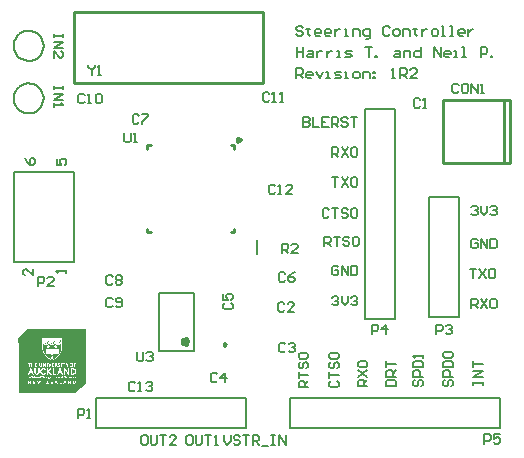
<source format=gto>
G04*
G04 #@! TF.GenerationSoftware,Altium Limited,Altium Designer,21.0.9 (235)*
G04*
G04 Layer_Color=65535*
%FSLAX25Y25*%
%MOIN*%
G70*
G04*
G04 #@! TF.SameCoordinates,DB600209-2405-4227-A8B2-1458F7EF1284*
G04*
G04*
G04 #@! TF.FilePolarity,Positive*
G04*
G01*
G75*
%ADD10C,0.00787*%
%ADD11C,0.01181*%
%ADD12C,0.00984*%
%ADD13C,0.01575*%
%ADD14C,0.01000*%
%ADD15C,0.00591*%
%ADD16C,0.00669*%
G36*
X545970Y144183D02*
Y144116D01*
Y144050D01*
Y143984D01*
Y143918D01*
Y143852D01*
Y143786D01*
Y143719D01*
Y143653D01*
Y143587D01*
Y143521D01*
Y143455D01*
Y143388D01*
Y143322D01*
Y143256D01*
Y143190D01*
Y143123D01*
Y143057D01*
Y142991D01*
Y142925D01*
Y142859D01*
Y142792D01*
Y142726D01*
Y142660D01*
Y142594D01*
Y142528D01*
Y142461D01*
Y142395D01*
Y142329D01*
Y142263D01*
Y142197D01*
Y142130D01*
Y142064D01*
Y141998D01*
Y141932D01*
Y141866D01*
Y141799D01*
Y141733D01*
Y141667D01*
Y141601D01*
Y141535D01*
Y141468D01*
Y141402D01*
Y141336D01*
Y141270D01*
Y141204D01*
Y141137D01*
Y141071D01*
Y141005D01*
Y140939D01*
Y140873D01*
Y140806D01*
Y140740D01*
Y140674D01*
Y140608D01*
Y140542D01*
Y140475D01*
Y140409D01*
Y140343D01*
Y140277D01*
Y140210D01*
Y140144D01*
Y140078D01*
Y140012D01*
Y139946D01*
Y139880D01*
Y139813D01*
Y139747D01*
Y139681D01*
Y139615D01*
Y139549D01*
Y139482D01*
Y139416D01*
Y139350D01*
Y139284D01*
Y139217D01*
Y139151D01*
Y139085D01*
Y139019D01*
Y138953D01*
Y138886D01*
Y138820D01*
Y138754D01*
Y138688D01*
Y138622D01*
Y138556D01*
Y138489D01*
Y138423D01*
Y138357D01*
Y138291D01*
Y138224D01*
Y138158D01*
Y138092D01*
Y138026D01*
Y137960D01*
Y137893D01*
Y137827D01*
Y137761D01*
Y137695D01*
Y137629D01*
Y137562D01*
Y137496D01*
Y137430D01*
Y137364D01*
Y137298D01*
Y137231D01*
Y137165D01*
Y137099D01*
Y137033D01*
Y136967D01*
Y136900D01*
Y136834D01*
Y136768D01*
Y136702D01*
Y136636D01*
Y136569D01*
Y136503D01*
Y136437D01*
Y136371D01*
Y136305D01*
Y136238D01*
Y136172D01*
Y136106D01*
Y136040D01*
Y135974D01*
Y135907D01*
Y135841D01*
Y135775D01*
Y135709D01*
Y135643D01*
Y135576D01*
Y135510D01*
Y135444D01*
Y135378D01*
Y135311D01*
Y135245D01*
Y135179D01*
Y135113D01*
Y135047D01*
Y134980D01*
Y134914D01*
Y134848D01*
Y134782D01*
Y134716D01*
Y134650D01*
Y134583D01*
Y134517D01*
Y134451D01*
Y134385D01*
Y134318D01*
Y134252D01*
Y134186D01*
Y134120D01*
Y134054D01*
Y133987D01*
Y133921D01*
Y133855D01*
Y133789D01*
Y133723D01*
Y133657D01*
Y133590D01*
Y133524D01*
Y133458D01*
Y133392D01*
Y133326D01*
Y133259D01*
Y133193D01*
Y133127D01*
Y133061D01*
Y132994D01*
Y132928D01*
Y132862D01*
Y132796D01*
Y132730D01*
Y132663D01*
Y132597D01*
Y132531D01*
Y132465D01*
Y132399D01*
Y132332D01*
Y132266D01*
Y132200D01*
Y132134D01*
Y132068D01*
Y132001D01*
Y131935D01*
Y131869D01*
Y131803D01*
Y131737D01*
Y131670D01*
Y131604D01*
Y131538D01*
Y131472D01*
Y131406D01*
Y131339D01*
Y131273D01*
Y131207D01*
Y131141D01*
Y131075D01*
Y131008D01*
Y130942D01*
Y130876D01*
Y130810D01*
Y130744D01*
Y130677D01*
Y130611D01*
Y130545D01*
Y130479D01*
Y130412D01*
Y130346D01*
Y130280D01*
Y130214D01*
Y130148D01*
Y130081D01*
Y130015D01*
Y129949D01*
Y129883D01*
Y129817D01*
Y129751D01*
Y129684D01*
Y129618D01*
Y129552D01*
Y129486D01*
Y129420D01*
Y129353D01*
Y129287D01*
Y129221D01*
Y129155D01*
Y129088D01*
Y129022D01*
Y128956D01*
Y128890D01*
Y128824D01*
Y128757D01*
Y128691D01*
Y128625D01*
Y128559D01*
Y128493D01*
Y128426D01*
Y128360D01*
Y128294D01*
Y128228D01*
Y128162D01*
Y128095D01*
Y128029D01*
Y127963D01*
Y127897D01*
Y127831D01*
Y127764D01*
Y127698D01*
Y127632D01*
Y127566D01*
Y127500D01*
Y127433D01*
Y127367D01*
Y127301D01*
Y127235D01*
Y127169D01*
Y127102D01*
Y127036D01*
Y126970D01*
Y126904D01*
Y126838D01*
Y126771D01*
Y126705D01*
Y126639D01*
Y126573D01*
Y126506D01*
Y126440D01*
Y126374D01*
Y126308D01*
Y126242D01*
Y126175D01*
Y126109D01*
Y126043D01*
Y125977D01*
X545903D01*
Y125911D01*
X545837D01*
Y125845D01*
X545771D01*
Y125778D01*
X545705D01*
Y125712D01*
X545639D01*
Y125646D01*
X545572D01*
Y125580D01*
X545506D01*
Y125514D01*
X545440D01*
Y125447D01*
X545374D01*
Y125381D01*
X545308D01*
Y125315D01*
X545241D01*
Y125249D01*
X545175D01*
Y125182D01*
X545109D01*
Y125116D01*
X545043D01*
Y125050D01*
X544977D01*
Y124984D01*
X544910D01*
Y124918D01*
X544844D01*
Y124852D01*
X544778D01*
Y124785D01*
X544712D01*
Y124719D01*
X544646D01*
Y124653D01*
X544579D01*
Y124587D01*
X544513D01*
Y124521D01*
X544447D01*
Y124454D01*
X544381D01*
Y124388D01*
X544315D01*
Y124322D01*
X544248D01*
Y124256D01*
X544182D01*
Y124189D01*
X544116D01*
Y124123D01*
X544050D01*
Y124057D01*
X543984D01*
Y123991D01*
X543917D01*
Y123925D01*
X543851D01*
Y123858D01*
X543785D01*
Y123792D01*
X543719D01*
Y123726D01*
X543653D01*
Y123660D01*
X543586D01*
Y123594D01*
X543520D01*
Y123527D01*
X543454D01*
Y123461D01*
X543388D01*
Y123395D01*
X543322D01*
Y123329D01*
X543255D01*
Y123263D01*
X543189D01*
Y123196D01*
X543123D01*
Y123130D01*
X543057D01*
Y123064D01*
X542990D01*
Y122998D01*
X542924D01*
Y122932D01*
X542858D01*
Y122865D01*
X542792D01*
Y122799D01*
X523659D01*
Y122865D01*
Y122932D01*
Y122998D01*
Y123064D01*
Y123130D01*
Y123196D01*
Y123263D01*
Y123329D01*
Y123395D01*
Y123461D01*
Y123527D01*
Y123594D01*
Y123660D01*
Y123726D01*
Y123792D01*
Y123858D01*
Y123925D01*
Y123991D01*
Y124057D01*
Y124123D01*
Y124189D01*
Y124256D01*
Y124322D01*
Y124388D01*
Y124454D01*
Y124521D01*
Y124587D01*
Y124653D01*
Y124719D01*
Y124785D01*
Y124852D01*
Y124918D01*
Y124984D01*
Y125050D01*
Y125116D01*
Y125182D01*
Y125249D01*
Y125315D01*
Y125381D01*
Y125447D01*
Y125514D01*
Y125580D01*
Y125646D01*
Y125712D01*
Y125778D01*
Y125845D01*
Y125911D01*
Y125977D01*
Y126043D01*
Y126109D01*
Y126175D01*
Y126242D01*
Y126308D01*
Y126374D01*
Y126440D01*
Y126506D01*
Y126573D01*
Y126639D01*
Y126705D01*
Y126771D01*
Y126838D01*
Y126904D01*
Y126970D01*
Y127036D01*
Y127102D01*
Y127169D01*
Y127235D01*
Y127301D01*
Y127367D01*
Y127433D01*
Y127500D01*
Y127566D01*
Y127632D01*
Y127698D01*
Y127764D01*
Y127831D01*
Y127897D01*
Y127963D01*
Y128029D01*
Y128095D01*
Y128162D01*
Y128228D01*
Y128294D01*
Y128360D01*
Y128426D01*
Y128493D01*
Y128559D01*
Y128625D01*
Y128691D01*
Y128757D01*
Y128824D01*
Y128890D01*
Y128956D01*
Y129022D01*
Y129088D01*
Y129155D01*
Y129221D01*
Y129287D01*
Y129353D01*
Y129420D01*
Y129486D01*
Y129552D01*
Y129618D01*
Y129684D01*
Y129751D01*
Y129817D01*
Y129883D01*
Y129949D01*
Y130015D01*
Y130081D01*
Y130148D01*
Y130214D01*
Y130280D01*
Y130346D01*
Y130412D01*
Y130479D01*
Y130545D01*
Y130611D01*
Y130677D01*
Y130744D01*
Y130810D01*
Y130876D01*
Y130942D01*
Y131008D01*
Y131075D01*
Y131141D01*
Y131207D01*
Y131273D01*
Y131339D01*
Y131406D01*
Y131472D01*
Y131538D01*
Y131604D01*
Y131670D01*
Y131737D01*
Y131803D01*
Y131869D01*
Y131935D01*
Y132001D01*
Y132068D01*
Y132134D01*
Y132200D01*
Y132266D01*
Y132332D01*
Y132399D01*
Y132465D01*
Y132531D01*
Y132597D01*
Y132663D01*
Y132730D01*
Y132796D01*
Y132862D01*
Y132928D01*
Y132994D01*
Y133061D01*
Y133127D01*
Y133193D01*
Y133259D01*
Y133326D01*
Y133392D01*
Y133458D01*
Y133524D01*
Y133590D01*
Y133657D01*
Y133723D01*
Y133789D01*
Y133855D01*
Y133921D01*
Y133987D01*
Y134054D01*
Y134120D01*
Y134186D01*
Y134252D01*
Y134318D01*
Y134385D01*
Y134451D01*
Y134517D01*
Y134583D01*
Y134650D01*
Y134716D01*
Y134782D01*
Y134848D01*
Y134914D01*
Y134980D01*
Y135047D01*
Y135113D01*
Y135179D01*
Y135245D01*
Y135311D01*
Y135378D01*
Y135444D01*
Y135510D01*
Y135576D01*
Y135643D01*
Y135709D01*
Y135775D01*
Y135841D01*
Y135907D01*
Y135974D01*
Y136040D01*
Y136106D01*
Y136172D01*
Y136238D01*
Y136305D01*
Y136371D01*
Y136437D01*
Y136503D01*
Y136569D01*
Y136636D01*
Y136702D01*
Y136768D01*
Y136834D01*
Y136900D01*
Y136967D01*
Y137033D01*
Y137099D01*
Y137165D01*
Y137231D01*
Y137298D01*
Y137364D01*
Y137430D01*
Y137496D01*
Y137562D01*
Y137629D01*
Y137695D01*
Y137761D01*
Y137827D01*
Y137893D01*
Y137960D01*
Y138026D01*
Y138092D01*
Y138158D01*
Y138224D01*
Y138291D01*
Y138357D01*
Y138423D01*
Y138489D01*
Y138556D01*
Y138622D01*
Y138688D01*
Y138754D01*
Y138820D01*
Y138886D01*
Y138953D01*
Y139019D01*
Y139085D01*
Y139151D01*
Y139217D01*
Y139284D01*
Y139350D01*
X523593D01*
Y139416D01*
Y139482D01*
Y139549D01*
Y139615D01*
Y139681D01*
Y139747D01*
Y139813D01*
Y139880D01*
Y139946D01*
Y140012D01*
Y140078D01*
Y140144D01*
Y140210D01*
Y140277D01*
Y140343D01*
Y140409D01*
Y140475D01*
Y140542D01*
Y140608D01*
Y140674D01*
Y140740D01*
Y140806D01*
Y140873D01*
Y140939D01*
Y141005D01*
Y141071D01*
X523659D01*
Y141137D01*
X523726D01*
Y141204D01*
X523792D01*
Y141270D01*
X523858D01*
Y141336D01*
X523924D01*
Y141402D01*
X523990D01*
Y141468D01*
X524056D01*
Y141535D01*
X524123D01*
Y141601D01*
X524189D01*
Y141667D01*
X524255D01*
Y141733D01*
X524321D01*
Y141799D01*
X524388D01*
Y141866D01*
X524454D01*
Y141932D01*
X524520D01*
Y141998D01*
X524586D01*
Y142064D01*
X524652D01*
Y142130D01*
X524719D01*
Y142197D01*
X524785D01*
Y142263D01*
X524851D01*
Y142329D01*
X524917D01*
Y142395D01*
X524983D01*
Y142461D01*
X525049D01*
Y142528D01*
X525116D01*
Y142594D01*
X525182D01*
Y142660D01*
X525248D01*
Y142726D01*
X525314D01*
Y142792D01*
X525381D01*
Y142859D01*
X525447D01*
Y142925D01*
X525513D01*
Y142991D01*
X525579D01*
Y143057D01*
X525645D01*
Y143123D01*
X525712D01*
Y143190D01*
X525778D01*
Y143256D01*
X525844D01*
Y143322D01*
X525910D01*
Y143388D01*
X525976D01*
Y143455D01*
X526043D01*
Y143521D01*
X526109D01*
Y143587D01*
X526175D01*
Y143653D01*
X526241D01*
Y143719D01*
X526307D01*
Y143786D01*
X526374D01*
Y143852D01*
X526440D01*
Y143918D01*
X526506D01*
Y143984D01*
X526572D01*
Y144050D01*
X526638D01*
Y144116D01*
X526705D01*
Y144183D01*
X526771D01*
Y144249D01*
X545970D01*
Y144183D01*
D02*
G37*
%LPC*%
G36*
X538092Y141137D02*
X531537D01*
Y141071D01*
Y141005D01*
Y140939D01*
Y140873D01*
Y140806D01*
Y140740D01*
Y140674D01*
Y140608D01*
Y140542D01*
Y140475D01*
Y140409D01*
Y140343D01*
Y140277D01*
Y140210D01*
Y140144D01*
Y140078D01*
Y140012D01*
Y139946D01*
Y139880D01*
Y139813D01*
Y139747D01*
Y139681D01*
Y139615D01*
Y139549D01*
Y139482D01*
Y139416D01*
Y139350D01*
Y139284D01*
Y139217D01*
Y139151D01*
Y139085D01*
Y139019D01*
Y138953D01*
Y138886D01*
Y138820D01*
Y138754D01*
Y138688D01*
Y138622D01*
Y138556D01*
Y138489D01*
Y138423D01*
Y138357D01*
Y138291D01*
Y138224D01*
Y138158D01*
Y138092D01*
Y138026D01*
Y137960D01*
Y137893D01*
Y137827D01*
Y137761D01*
Y137695D01*
Y137629D01*
X531604D01*
Y137562D01*
Y137496D01*
Y137430D01*
Y137364D01*
Y137298D01*
Y137231D01*
X531670D01*
Y137165D01*
Y137099D01*
Y137033D01*
Y136967D01*
X531736D01*
Y136900D01*
Y136834D01*
Y136768D01*
X531802D01*
Y136702D01*
Y136636D01*
Y136569D01*
X531868D01*
Y136503D01*
Y136437D01*
X531935D01*
Y136371D01*
Y136305D01*
Y136238D01*
X532001D01*
Y136172D01*
Y136106D01*
X532067D01*
Y136040D01*
X532133D01*
Y135974D01*
Y135907D01*
X532199D01*
Y135841D01*
Y135775D01*
X532266D01*
Y135709D01*
X532332D01*
Y135643D01*
Y135576D01*
X532398D01*
Y135510D01*
X532464D01*
Y135444D01*
Y135378D01*
X532530D01*
Y135311D01*
X532597D01*
Y135245D01*
X532663D01*
Y135179D01*
X532729D01*
Y135113D01*
X532795D01*
Y135047D01*
X532862D01*
Y134980D01*
X532928D01*
Y134914D01*
X532994D01*
Y134848D01*
X533060D01*
Y134782D01*
X533126D01*
Y134716D01*
X533192D01*
Y134650D01*
X533259D01*
Y134583D01*
X533325D01*
Y134517D01*
X533391D01*
Y134451D01*
X533524D01*
Y134385D01*
X533590D01*
Y134318D01*
X533722D01*
Y134252D01*
X533788D01*
Y134186D01*
X533921D01*
Y134120D01*
X533987D01*
Y134054D01*
X534119D01*
Y133987D01*
X534252D01*
Y133921D01*
X534384D01*
Y133855D01*
X534517D01*
Y133789D01*
X534649D01*
Y133723D01*
X534980D01*
Y133789D01*
X535112D01*
Y133855D01*
X535245D01*
Y133921D01*
X535377D01*
Y133987D01*
X535510D01*
Y134054D01*
X535642D01*
Y134120D01*
X535708D01*
Y134186D01*
X535841D01*
Y134252D01*
X535973D01*
Y134318D01*
X536039D01*
Y134385D01*
X536105D01*
Y134451D01*
X536238D01*
Y134517D01*
X536304D01*
Y134583D01*
X536370D01*
Y134650D01*
X536436D01*
Y134716D01*
X536503D01*
Y134782D01*
X536569D01*
Y134848D01*
X536701D01*
Y134914D01*
X536767D01*
Y134980D01*
Y135047D01*
X536834D01*
Y135113D01*
X536900D01*
Y135179D01*
X536966D01*
Y135245D01*
X537032D01*
Y135311D01*
X537099D01*
Y135378D01*
X537165D01*
Y135444D01*
Y135510D01*
X537231D01*
Y135576D01*
X537297D01*
Y135643D01*
Y135709D01*
X537363D01*
Y135775D01*
X537430D01*
Y135841D01*
Y135907D01*
X537496D01*
Y135974D01*
X537562D01*
Y136040D01*
Y136106D01*
X537628D01*
Y136172D01*
Y136238D01*
X537694D01*
Y136305D01*
Y136371D01*
Y136437D01*
X537760D01*
Y136503D01*
Y136569D01*
X537827D01*
Y136636D01*
Y136702D01*
Y136768D01*
X537893D01*
Y136834D01*
Y136900D01*
Y136967D01*
X537959D01*
Y137033D01*
Y137099D01*
Y137165D01*
Y137231D01*
X538025D01*
Y137298D01*
Y137364D01*
Y137430D01*
Y137496D01*
Y137562D01*
Y137629D01*
X538092D01*
Y137695D01*
Y137761D01*
Y137827D01*
Y137893D01*
Y137960D01*
Y138026D01*
Y138092D01*
Y138158D01*
Y138224D01*
Y138291D01*
Y138357D01*
Y138423D01*
Y138489D01*
Y138556D01*
Y138622D01*
Y138688D01*
Y138754D01*
Y138820D01*
Y138886D01*
Y138953D01*
Y139019D01*
Y139085D01*
Y139151D01*
Y139217D01*
Y139284D01*
Y139350D01*
Y139416D01*
Y139482D01*
Y139549D01*
Y139615D01*
Y139681D01*
Y139747D01*
Y139813D01*
Y139880D01*
Y139946D01*
Y140012D01*
Y140078D01*
Y140144D01*
Y140210D01*
Y140277D01*
Y140343D01*
Y140409D01*
Y140475D01*
Y140542D01*
Y140608D01*
Y140674D01*
Y140740D01*
Y140806D01*
Y140873D01*
Y140939D01*
Y141005D01*
Y141071D01*
Y141137D01*
D02*
G37*
G36*
X540342Y132730D02*
X540011D01*
Y132663D01*
X539945D01*
Y132597D01*
X539879D01*
Y132531D01*
X539813D01*
Y132465D01*
Y132399D01*
X539747D01*
Y132465D01*
Y132531D01*
X539680D01*
Y132597D01*
X539614D01*
Y132663D01*
Y132730D01*
X538224D01*
Y132663D01*
Y132597D01*
Y132531D01*
Y132465D01*
X538621D01*
Y132399D01*
Y132332D01*
Y132266D01*
Y132200D01*
Y132134D01*
Y132068D01*
Y132001D01*
Y131935D01*
Y131869D01*
Y131803D01*
Y131737D01*
Y131670D01*
Y131604D01*
Y131538D01*
Y131472D01*
X538886D01*
Y131538D01*
Y131604D01*
Y131670D01*
Y131737D01*
Y131803D01*
Y131869D01*
Y131935D01*
Y132001D01*
Y132068D01*
Y132134D01*
Y132200D01*
Y132266D01*
Y132332D01*
Y132399D01*
Y132465D01*
X539217D01*
Y132531D01*
Y132597D01*
Y132663D01*
X539283D01*
Y132597D01*
X539349D01*
Y132531D01*
Y132465D01*
X539416D01*
Y132399D01*
X539482D01*
Y132332D01*
X539548D01*
Y132266D01*
Y132200D01*
X539614D01*
Y132134D01*
X539680D01*
Y132068D01*
Y132001D01*
Y131935D01*
Y131869D01*
Y131803D01*
Y131737D01*
Y131670D01*
Y131604D01*
Y131538D01*
Y131472D01*
X539945D01*
Y131538D01*
Y131604D01*
Y131670D01*
Y131737D01*
Y131803D01*
Y131869D01*
Y131935D01*
Y132001D01*
Y132068D01*
Y132134D01*
Y132200D01*
X540011D01*
Y132266D01*
X540078D01*
Y132332D01*
Y132399D01*
X540144D01*
Y132465D01*
X540210D01*
Y132531D01*
Y132597D01*
X540276D01*
Y132663D01*
X540342D01*
Y132730D01*
D02*
G37*
G36*
X537430D02*
X536966D01*
Y132663D01*
X536900D01*
Y132597D01*
X536834D01*
Y132531D01*
Y132465D01*
Y132399D01*
Y132332D01*
Y132266D01*
Y132200D01*
X536900D01*
Y132134D01*
X536966D01*
Y132068D01*
X537032D01*
Y132001D01*
X537099D01*
Y131935D01*
X537231D01*
Y131869D01*
X537297D01*
Y131803D01*
Y131737D01*
X537032D01*
Y131803D01*
X536966D01*
Y131869D01*
X536900D01*
Y131935D01*
X536834D01*
Y131869D01*
Y131803D01*
Y131737D01*
Y131670D01*
Y131604D01*
Y131538D01*
X536900D01*
Y131472D01*
X537430D01*
Y131538D01*
X537496D01*
Y131604D01*
Y131670D01*
Y131737D01*
X537562D01*
Y131803D01*
Y131869D01*
Y131935D01*
X537496D01*
Y132001D01*
Y132068D01*
X537430D01*
Y132134D01*
X537363D01*
Y132200D01*
X537297D01*
Y132266D01*
X537165D01*
Y132332D01*
X537099D01*
Y132399D01*
Y132465D01*
X537363D01*
Y132399D01*
X537430D01*
Y132332D01*
X537496D01*
Y132399D01*
Y132465D01*
Y132531D01*
Y132597D01*
Y132663D01*
X537430D01*
Y132730D01*
D02*
G37*
G36*
X528889D02*
X528624D01*
Y132663D01*
Y132597D01*
Y132531D01*
Y132465D01*
Y132399D01*
Y132332D01*
Y132266D01*
X528161D01*
Y132332D01*
Y132399D01*
Y132465D01*
Y132531D01*
Y132597D01*
Y132663D01*
Y132730D01*
X527896D01*
Y132663D01*
Y132597D01*
Y132531D01*
Y132465D01*
Y132399D01*
Y132332D01*
Y132266D01*
Y132200D01*
Y132134D01*
Y132068D01*
Y132001D01*
Y131935D01*
Y131869D01*
Y131803D01*
Y131737D01*
Y131670D01*
Y131604D01*
Y131538D01*
Y131472D01*
X528161D01*
Y131538D01*
Y131604D01*
Y131670D01*
Y131737D01*
Y131803D01*
Y131869D01*
Y131935D01*
Y132001D01*
X528624D01*
Y131935D01*
Y131869D01*
Y131803D01*
Y131737D01*
Y131670D01*
Y131604D01*
Y131538D01*
Y131472D01*
X528889D01*
Y131538D01*
Y131604D01*
Y131670D01*
Y131737D01*
Y131803D01*
Y131869D01*
Y131935D01*
Y132001D01*
Y132068D01*
Y132134D01*
Y132200D01*
Y132266D01*
Y132332D01*
Y132399D01*
Y132465D01*
Y132531D01*
Y132597D01*
Y132663D01*
Y132730D01*
D02*
G37*
G36*
X534583D02*
X534318D01*
Y132663D01*
Y132597D01*
X534252D01*
Y132531D01*
Y132465D01*
Y132399D01*
X534186D01*
Y132332D01*
Y132266D01*
X534119D01*
Y132200D01*
Y132134D01*
Y132068D01*
X534053D01*
Y132134D01*
Y132200D01*
X533987D01*
Y132266D01*
Y132332D01*
Y132399D01*
X533921D01*
Y132465D01*
Y132531D01*
X533854D01*
Y132597D01*
Y132663D01*
Y132730D01*
X533524D01*
Y132663D01*
X533590D01*
Y132597D01*
Y132531D01*
Y132465D01*
X533656D01*
Y132399D01*
Y132332D01*
X533722D01*
Y132266D01*
Y132200D01*
Y132134D01*
X533788D01*
Y132068D01*
Y132001D01*
X533854D01*
Y131935D01*
Y131869D01*
Y131803D01*
X533921D01*
Y131737D01*
Y131670D01*
Y131604D01*
X533987D01*
Y131538D01*
Y131472D01*
X534186D01*
Y131538D01*
Y131604D01*
Y131670D01*
X534252D01*
Y131737D01*
Y131803D01*
X534318D01*
Y131869D01*
Y131935D01*
Y132001D01*
X534384D01*
Y132068D01*
Y132134D01*
Y132200D01*
X534450D01*
Y132266D01*
Y132332D01*
X534517D01*
Y132399D01*
Y132465D01*
Y132531D01*
X534583D01*
Y132597D01*
Y132663D01*
Y132730D01*
D02*
G37*
G36*
X532862D02*
X532597D01*
Y132663D01*
Y132597D01*
Y132531D01*
Y132465D01*
Y132399D01*
Y132332D01*
Y132266D01*
Y132200D01*
Y132134D01*
Y132068D01*
Y132001D01*
X532530D01*
Y132068D01*
Y132134D01*
X532464D01*
Y132200D01*
X532398D01*
Y132266D01*
X532332D01*
Y132332D01*
X532266D01*
Y132399D01*
Y132465D01*
X532199D01*
Y132531D01*
X532133D01*
Y132597D01*
X532067D01*
Y132663D01*
X532001D01*
Y132730D01*
X531736D01*
Y132663D01*
Y132597D01*
Y132531D01*
Y132465D01*
Y132399D01*
Y132332D01*
Y132266D01*
Y132200D01*
Y132134D01*
Y132068D01*
Y132001D01*
Y131935D01*
Y131869D01*
Y131803D01*
Y131737D01*
Y131670D01*
Y131604D01*
Y131538D01*
Y131472D01*
X532001D01*
Y131538D01*
Y131604D01*
Y131670D01*
Y131737D01*
Y131803D01*
Y131869D01*
Y131935D01*
Y132001D01*
Y132068D01*
Y132134D01*
Y132200D01*
Y132266D01*
X532067D01*
Y132200D01*
Y132134D01*
X532133D01*
Y132068D01*
X532199D01*
Y132001D01*
X532266D01*
Y131935D01*
Y131869D01*
X532332D01*
Y131803D01*
X532398D01*
Y131737D01*
X532464D01*
Y131670D01*
X532530D01*
Y131604D01*
Y131538D01*
X532597D01*
Y131472D01*
X532862D01*
Y131538D01*
Y131604D01*
Y131670D01*
Y131737D01*
Y131803D01*
Y131869D01*
Y131935D01*
Y132001D01*
Y132068D01*
Y132134D01*
Y132200D01*
Y132266D01*
Y132332D01*
Y132399D01*
Y132465D01*
Y132531D01*
Y132597D01*
Y132663D01*
Y132730D01*
D02*
G37*
G36*
X531537D02*
X531273D01*
Y132663D01*
Y132597D01*
Y132531D01*
Y132465D01*
Y132399D01*
Y132332D01*
Y132266D01*
Y132200D01*
Y132134D01*
Y132068D01*
Y132001D01*
Y131935D01*
Y131869D01*
Y131803D01*
X531206D01*
Y131737D01*
X530875D01*
Y131803D01*
X530809D01*
Y131869D01*
Y131935D01*
Y132001D01*
Y132068D01*
Y132134D01*
Y132200D01*
Y132266D01*
Y132332D01*
Y132399D01*
Y132465D01*
Y132531D01*
Y132597D01*
Y132663D01*
Y132730D01*
X530544D01*
Y132663D01*
Y132597D01*
Y132531D01*
Y132465D01*
Y132399D01*
Y132332D01*
Y132266D01*
Y132200D01*
Y132134D01*
Y132068D01*
Y132001D01*
Y131935D01*
Y131869D01*
Y131803D01*
Y131737D01*
X530611D01*
Y131670D01*
Y131604D01*
X530677D01*
Y131538D01*
X530809D01*
Y131472D01*
X531339D01*
Y131538D01*
X531405D01*
Y131604D01*
X531471D01*
Y131670D01*
X531537D01*
Y131737D01*
Y131803D01*
Y131869D01*
Y131935D01*
Y132001D01*
Y132068D01*
Y132134D01*
Y132200D01*
Y132266D01*
Y132332D01*
Y132399D01*
Y132465D01*
Y132531D01*
Y132597D01*
Y132663D01*
Y132730D01*
D02*
G37*
G36*
X542726D02*
X542064D01*
Y132663D01*
Y132597D01*
Y132531D01*
Y132465D01*
Y132399D01*
Y132332D01*
Y132266D01*
Y132200D01*
Y132134D01*
Y132068D01*
Y132001D01*
Y131935D01*
Y131869D01*
Y131803D01*
Y131737D01*
Y131670D01*
Y131604D01*
Y131538D01*
Y131472D01*
X542329D01*
Y131538D01*
Y131604D01*
Y131670D01*
Y131737D01*
Y131803D01*
Y131869D01*
Y131935D01*
Y132001D01*
X542726D01*
Y132068D01*
Y132134D01*
Y132200D01*
Y132266D01*
X542329D01*
Y132332D01*
Y132399D01*
Y132465D01*
Y132531D01*
X542726D01*
Y132597D01*
Y132663D01*
Y132730D01*
D02*
G37*
G36*
X541534D02*
X541004D01*
Y132663D01*
X540872D01*
Y132597D01*
X540806D01*
Y132531D01*
X540740D01*
Y132465D01*
Y132399D01*
X540673D01*
Y132332D01*
Y132266D01*
Y132200D01*
Y132134D01*
Y132068D01*
Y132001D01*
Y131935D01*
Y131869D01*
Y131803D01*
X540740D01*
Y131737D01*
Y131670D01*
X540806D01*
Y131604D01*
X540872D01*
Y131538D01*
X541004D01*
Y131472D01*
X541534D01*
Y131538D01*
X541667D01*
Y131604D01*
X541733D01*
Y131670D01*
X541799D01*
Y131737D01*
Y131803D01*
X541865D01*
Y131869D01*
Y131935D01*
Y132001D01*
Y132068D01*
Y132134D01*
Y132200D01*
Y132266D01*
Y132332D01*
Y132399D01*
X541799D01*
Y132465D01*
Y132531D01*
X541733D01*
Y132597D01*
X541667D01*
Y132663D01*
X541534D01*
Y132730D01*
D02*
G37*
G36*
X538092D02*
X537827D01*
Y132663D01*
Y132597D01*
Y132531D01*
Y132465D01*
Y132399D01*
Y132332D01*
Y132266D01*
Y132200D01*
Y132134D01*
Y132068D01*
Y132001D01*
Y131935D01*
Y131869D01*
Y131803D01*
Y131737D01*
Y131670D01*
Y131604D01*
Y131538D01*
Y131472D01*
X538092D01*
Y131538D01*
Y131604D01*
Y131670D01*
Y131737D01*
Y131803D01*
Y131869D01*
Y131935D01*
Y132001D01*
Y132068D01*
Y132134D01*
Y132200D01*
Y132266D01*
Y132332D01*
Y132399D01*
Y132465D01*
Y132531D01*
Y132597D01*
Y132663D01*
Y132730D01*
D02*
G37*
G36*
X536370D02*
X535774D01*
Y132663D01*
Y132597D01*
Y132531D01*
Y132465D01*
Y132399D01*
Y132332D01*
Y132266D01*
Y132200D01*
Y132134D01*
Y132068D01*
Y132001D01*
Y131935D01*
Y131869D01*
Y131803D01*
Y131737D01*
Y131670D01*
Y131604D01*
Y131538D01*
Y131472D01*
X536039D01*
Y131538D01*
Y131604D01*
Y131670D01*
Y131737D01*
Y131803D01*
Y131869D01*
Y131935D01*
Y132001D01*
X536105D01*
Y131935D01*
X536172D01*
Y131869D01*
X536238D01*
Y131803D01*
Y131737D01*
X536304D01*
Y131670D01*
X536370D01*
Y131604D01*
Y131538D01*
X536436D01*
Y131472D01*
X536767D01*
Y131538D01*
X536701D01*
Y131604D01*
Y131670D01*
X536635D01*
Y131737D01*
X536569D01*
Y131803D01*
Y131869D01*
X536503D01*
Y131935D01*
Y132001D01*
X536436D01*
Y132068D01*
Y132134D01*
X536503D01*
Y132200D01*
Y132266D01*
Y132332D01*
Y132399D01*
Y132465D01*
Y132531D01*
Y132597D01*
X536436D01*
Y132663D01*
X536370D01*
Y132730D01*
D02*
G37*
G36*
X535510D02*
X534781D01*
Y132663D01*
Y132597D01*
Y132531D01*
Y132465D01*
Y132399D01*
Y132332D01*
Y132266D01*
Y132200D01*
Y132134D01*
Y132068D01*
Y132001D01*
Y131935D01*
Y131869D01*
Y131803D01*
Y131737D01*
Y131670D01*
Y131604D01*
Y131538D01*
Y131472D01*
X535510D01*
Y131538D01*
Y131604D01*
Y131670D01*
Y131737D01*
X535046D01*
Y131803D01*
Y131869D01*
Y131935D01*
Y132001D01*
X535510D01*
Y132068D01*
Y132134D01*
Y132200D01*
Y132266D01*
X535046D01*
Y132332D01*
Y132399D01*
Y132465D01*
X535510D01*
Y132531D01*
Y132597D01*
Y132663D01*
Y132730D01*
D02*
G37*
G36*
X533391D02*
X533126D01*
Y132663D01*
Y132597D01*
Y132531D01*
Y132465D01*
Y132399D01*
Y132332D01*
Y132266D01*
Y132200D01*
Y132134D01*
Y132068D01*
Y132001D01*
Y131935D01*
Y131869D01*
Y131803D01*
Y131737D01*
Y131670D01*
Y131604D01*
Y131538D01*
Y131472D01*
X533391D01*
Y131538D01*
Y131604D01*
Y131670D01*
Y131737D01*
Y131803D01*
Y131869D01*
Y131935D01*
Y132001D01*
Y132068D01*
Y132134D01*
Y132200D01*
Y132266D01*
Y132332D01*
Y132399D01*
Y132465D01*
Y132531D01*
Y132597D01*
Y132663D01*
Y132730D01*
D02*
G37*
G36*
X529882D02*
X529154D01*
Y132663D01*
Y132597D01*
Y132531D01*
Y132465D01*
Y132399D01*
Y132332D01*
Y132266D01*
Y132200D01*
Y132134D01*
Y132068D01*
Y132001D01*
Y131935D01*
Y131869D01*
Y131803D01*
Y131737D01*
Y131670D01*
Y131604D01*
Y131538D01*
Y131472D01*
X529882D01*
Y131538D01*
Y131604D01*
Y131670D01*
Y131737D01*
X529419D01*
Y131803D01*
Y131869D01*
Y131935D01*
Y132001D01*
X529882D01*
Y132068D01*
Y132134D01*
Y132200D01*
Y132266D01*
X529419D01*
Y132332D01*
Y132399D01*
Y132465D01*
X529882D01*
Y132531D01*
Y132597D01*
Y132663D01*
Y132730D01*
D02*
G37*
G36*
X527830D02*
X526837D01*
Y132663D01*
Y132597D01*
Y132531D01*
Y132465D01*
X527168D01*
Y132399D01*
Y132332D01*
Y132266D01*
Y132200D01*
Y132134D01*
Y132068D01*
Y132001D01*
Y131935D01*
Y131869D01*
Y131803D01*
Y131737D01*
Y131670D01*
Y131604D01*
Y131538D01*
Y131472D01*
X527433D01*
Y131538D01*
Y131604D01*
Y131670D01*
Y131737D01*
Y131803D01*
Y131869D01*
Y131935D01*
Y132001D01*
Y132068D01*
Y132134D01*
Y132200D01*
Y132266D01*
Y132332D01*
Y132399D01*
Y132465D01*
X527830D01*
Y132531D01*
Y132597D01*
Y132663D01*
Y132730D01*
D02*
G37*
G36*
X532199Y131075D02*
X531670D01*
Y131008D01*
X531471D01*
Y130942D01*
X531339D01*
Y130876D01*
X531273D01*
Y130810D01*
X531206D01*
Y130744D01*
X531140D01*
Y130677D01*
X531074D01*
Y130611D01*
Y130545D01*
X531008D01*
Y130479D01*
Y130412D01*
X530942D01*
Y130346D01*
Y130280D01*
Y130214D01*
Y130148D01*
X530875D01*
Y130081D01*
Y130015D01*
Y129949D01*
Y129883D01*
Y129817D01*
Y129751D01*
X530942D01*
Y129684D01*
Y129618D01*
Y129552D01*
X531008D01*
Y129486D01*
Y129420D01*
Y129353D01*
X531074D01*
Y129287D01*
X531140D01*
Y129221D01*
X531206D01*
Y129155D01*
X531273D01*
Y129088D01*
X531339D01*
Y129022D01*
X531405D01*
Y128956D01*
X531604D01*
Y128890D01*
X532332D01*
Y128956D01*
X532530D01*
Y129022D01*
X532597D01*
Y129088D01*
X532663D01*
Y129155D01*
Y129221D01*
Y129287D01*
Y129353D01*
Y129420D01*
Y129486D01*
Y129552D01*
X532530D01*
Y129486D01*
X532464D01*
Y129420D01*
X532332D01*
Y129353D01*
X532199D01*
Y129287D01*
X531736D01*
Y129353D01*
X531604D01*
Y129420D01*
X531537D01*
Y129486D01*
X531471D01*
Y129552D01*
X531405D01*
Y129618D01*
Y129684D01*
X531339D01*
Y129751D01*
Y129817D01*
Y129883D01*
Y129949D01*
X531273D01*
Y130015D01*
X531339D01*
Y130081D01*
Y130148D01*
Y130214D01*
Y130280D01*
X531405D01*
Y130346D01*
Y130412D01*
X531471D01*
Y130479D01*
X531537D01*
Y130545D01*
X531670D01*
Y130611D01*
X531802D01*
Y130677D01*
X532133D01*
Y130611D01*
X532332D01*
Y130545D01*
X532464D01*
Y130479D01*
X532530D01*
Y130412D01*
X532663D01*
Y130479D01*
Y130545D01*
Y130611D01*
Y130677D01*
Y130744D01*
X532597D01*
Y130810D01*
Y130876D01*
Y130942D01*
X532464D01*
Y131008D01*
X532199D01*
Y131075D01*
D02*
G37*
G36*
X534583D02*
X534119D01*
Y131008D01*
X534053D01*
Y130942D01*
X533987D01*
Y130876D01*
Y130810D01*
X533921D01*
Y130744D01*
X533854D01*
Y130677D01*
X533788D01*
Y130611D01*
X533722D01*
Y130545D01*
X533656D01*
Y130479D01*
Y130412D01*
X533590D01*
Y130346D01*
X533524D01*
Y130280D01*
X533457D01*
Y130346D01*
Y130412D01*
Y130479D01*
Y130545D01*
Y130611D01*
Y130677D01*
Y130744D01*
Y130810D01*
Y130876D01*
Y130942D01*
Y131008D01*
Y131075D01*
X533060D01*
Y131008D01*
Y130942D01*
Y130876D01*
Y130810D01*
Y130744D01*
Y130677D01*
Y130611D01*
Y130545D01*
Y130479D01*
Y130412D01*
Y130346D01*
Y130280D01*
Y130214D01*
Y130148D01*
Y130081D01*
Y130015D01*
Y129949D01*
Y129883D01*
Y129817D01*
Y129751D01*
Y129684D01*
Y129618D01*
Y129552D01*
Y129486D01*
Y129420D01*
Y129353D01*
Y129287D01*
Y129221D01*
Y129155D01*
Y129088D01*
Y129022D01*
Y128956D01*
Y128890D01*
X533457D01*
Y128956D01*
Y129022D01*
Y129088D01*
Y129155D01*
Y129221D01*
Y129287D01*
Y129353D01*
Y129420D01*
Y129486D01*
Y129552D01*
Y129618D01*
Y129684D01*
Y129751D01*
X533524D01*
Y129684D01*
X533590D01*
Y129618D01*
X533656D01*
Y129552D01*
X533722D01*
Y129486D01*
X533788D01*
Y129420D01*
X533854D01*
Y129353D01*
X533921D01*
Y129287D01*
X533987D01*
Y129221D01*
X534053D01*
Y129155D01*
Y129088D01*
X534119D01*
Y129022D01*
X534186D01*
Y128956D01*
X534252D01*
Y128890D01*
X534781D01*
Y128956D01*
Y129022D01*
X534715D01*
Y129088D01*
X534649D01*
Y129155D01*
X534583D01*
Y129221D01*
X534517D01*
Y129287D01*
X534450D01*
Y129353D01*
Y129420D01*
X534384D01*
Y129486D01*
X534318D01*
Y129552D01*
X534252D01*
Y129618D01*
X534186D01*
Y129684D01*
X534119D01*
Y129751D01*
X534053D01*
Y129817D01*
X533987D01*
Y129883D01*
X533921D01*
Y129949D01*
X533854D01*
Y130015D01*
Y130081D01*
X533921D01*
Y130148D01*
Y130214D01*
X533987D01*
Y130280D01*
X534053D01*
Y130346D01*
X534119D01*
Y130412D01*
X534186D01*
Y130479D01*
Y130545D01*
X534252D01*
Y130611D01*
X534318D01*
Y130677D01*
X534384D01*
Y130744D01*
X534450D01*
Y130810D01*
X534517D01*
Y130876D01*
Y130942D01*
X534583D01*
Y131008D01*
Y131075D01*
D02*
G37*
G36*
X540541D02*
X540144D01*
Y131008D01*
Y130942D01*
Y130876D01*
Y130810D01*
Y130744D01*
Y130677D01*
Y130611D01*
Y130545D01*
Y130479D01*
Y130412D01*
Y130346D01*
Y130280D01*
Y130214D01*
Y130148D01*
Y130081D01*
Y130015D01*
Y129949D01*
Y129883D01*
Y129817D01*
Y129751D01*
X540078D01*
Y129817D01*
X540011D01*
Y129883D01*
X539945D01*
Y129949D01*
X539879D01*
Y130015D01*
Y130081D01*
X539813D01*
Y130148D01*
X539747D01*
Y130214D01*
X539680D01*
Y130280D01*
X539614D01*
Y130346D01*
Y130412D01*
X539548D01*
Y130479D01*
X539482D01*
Y130545D01*
X539416D01*
Y130611D01*
Y130677D01*
X539349D01*
Y130744D01*
X539283D01*
Y130810D01*
X539217D01*
Y130876D01*
X539151D01*
Y130942D01*
Y131008D01*
X539085D01*
Y131075D01*
X538754D01*
Y131008D01*
Y130942D01*
Y130876D01*
Y130810D01*
Y130744D01*
Y130677D01*
Y130611D01*
Y130545D01*
Y130479D01*
Y130412D01*
Y130346D01*
Y130280D01*
Y130214D01*
Y130148D01*
Y130081D01*
Y130015D01*
Y129949D01*
Y129883D01*
Y129817D01*
Y129751D01*
Y129684D01*
Y129618D01*
Y129552D01*
Y129486D01*
Y129420D01*
Y129353D01*
Y129287D01*
Y129221D01*
Y129155D01*
Y129088D01*
Y129022D01*
Y128956D01*
Y128890D01*
X539151D01*
Y128956D01*
Y129022D01*
Y129088D01*
Y129155D01*
Y129221D01*
Y129287D01*
Y129353D01*
Y129420D01*
Y129486D01*
Y129552D01*
Y129618D01*
Y129684D01*
Y129751D01*
Y129817D01*
Y129883D01*
Y129949D01*
Y130015D01*
Y130081D01*
Y130148D01*
Y130214D01*
X539217D01*
Y130148D01*
X539283D01*
Y130081D01*
X539349D01*
Y130015D01*
Y129949D01*
X539416D01*
Y129883D01*
X539482D01*
Y129817D01*
X539548D01*
Y129751D01*
Y129684D01*
X539614D01*
Y129618D01*
X539680D01*
Y129552D01*
X539747D01*
Y129486D01*
X539813D01*
Y129420D01*
Y129353D01*
X539879D01*
Y129287D01*
X539945D01*
Y129221D01*
X540011D01*
Y129155D01*
Y129088D01*
X540078D01*
Y129022D01*
X540144D01*
Y128956D01*
X540210D01*
Y128890D01*
X540541D01*
Y128956D01*
Y129022D01*
Y129088D01*
Y129155D01*
Y129221D01*
Y129287D01*
Y129353D01*
Y129420D01*
Y129486D01*
Y129552D01*
Y129618D01*
Y129684D01*
Y129751D01*
Y129817D01*
Y129883D01*
Y129949D01*
Y130015D01*
Y130081D01*
Y130148D01*
Y130214D01*
Y130280D01*
Y130346D01*
Y130412D01*
Y130479D01*
Y130545D01*
Y130611D01*
Y130677D01*
Y130744D01*
Y130810D01*
Y130876D01*
Y130942D01*
Y131008D01*
Y131075D01*
D02*
G37*
G36*
X530611D02*
X530213D01*
Y131008D01*
Y130942D01*
Y130876D01*
Y130810D01*
Y130744D01*
Y130677D01*
Y130611D01*
Y130545D01*
Y130479D01*
Y130412D01*
Y130346D01*
Y130280D01*
Y130214D01*
Y130148D01*
Y130081D01*
Y130015D01*
Y129949D01*
Y129883D01*
Y129817D01*
Y129751D01*
Y129684D01*
X530147D01*
Y129618D01*
Y129552D01*
Y129486D01*
X530081D01*
Y129420D01*
X530015D01*
Y129353D01*
X529882D01*
Y129287D01*
X529551D01*
Y129353D01*
X529419D01*
Y129420D01*
X529353D01*
Y129486D01*
Y129552D01*
X529286D01*
Y129618D01*
Y129684D01*
Y129751D01*
Y129817D01*
Y129883D01*
Y129949D01*
Y130015D01*
Y130081D01*
Y130148D01*
Y130214D01*
Y130280D01*
Y130346D01*
Y130412D01*
Y130479D01*
Y130545D01*
Y130611D01*
Y130677D01*
Y130744D01*
Y130810D01*
Y130876D01*
Y130942D01*
Y131008D01*
Y131075D01*
X528889D01*
Y131008D01*
Y130942D01*
Y130876D01*
Y130810D01*
Y130744D01*
Y130677D01*
Y130611D01*
Y130545D01*
Y130479D01*
Y130412D01*
Y130346D01*
Y130280D01*
Y130214D01*
Y130148D01*
Y130081D01*
Y130015D01*
Y129949D01*
Y129883D01*
Y129817D01*
Y129751D01*
Y129684D01*
Y129618D01*
Y129552D01*
Y129486D01*
X528956D01*
Y129420D01*
Y129353D01*
Y129287D01*
X529022D01*
Y129221D01*
Y129155D01*
X529088D01*
Y129088D01*
X529154D01*
Y129022D01*
X529286D01*
Y128956D01*
X529419D01*
Y128890D01*
X530081D01*
Y128956D01*
X530213D01*
Y129022D01*
X530280D01*
Y129088D01*
X530412D01*
Y129155D01*
Y129221D01*
X530478D01*
Y129287D01*
Y129353D01*
X530544D01*
Y129420D01*
Y129486D01*
Y129552D01*
Y129618D01*
X530611D01*
Y129684D01*
Y129751D01*
Y129817D01*
Y129883D01*
Y129949D01*
Y130015D01*
Y130081D01*
Y130148D01*
Y130214D01*
Y130280D01*
Y130346D01*
Y130412D01*
Y130479D01*
Y130545D01*
Y130611D01*
Y130677D01*
Y130744D01*
Y130810D01*
Y130876D01*
Y130942D01*
Y131008D01*
Y131075D01*
D02*
G37*
G36*
X541865D02*
X541004D01*
Y131008D01*
Y130942D01*
Y130876D01*
Y130810D01*
Y130744D01*
Y130677D01*
Y130611D01*
Y130545D01*
Y130479D01*
Y130412D01*
Y130346D01*
Y130280D01*
Y130214D01*
Y130148D01*
Y130081D01*
Y130015D01*
Y129949D01*
Y129883D01*
Y129817D01*
Y129751D01*
Y129684D01*
Y129618D01*
Y129552D01*
Y129486D01*
Y129420D01*
Y129353D01*
Y129287D01*
Y129221D01*
Y129155D01*
Y129088D01*
Y129022D01*
Y128956D01*
Y128890D01*
X541997D01*
Y128956D01*
X542262D01*
Y129022D01*
X542329D01*
Y129088D01*
X542461D01*
Y129155D01*
X542527D01*
Y129221D01*
X542593D01*
Y129287D01*
X542660D01*
Y129353D01*
Y129420D01*
X542726D01*
Y129486D01*
Y129552D01*
Y129618D01*
X542792D01*
Y129684D01*
Y129751D01*
Y129817D01*
Y129883D01*
Y129949D01*
Y130015D01*
Y130081D01*
Y130148D01*
Y130214D01*
Y130280D01*
Y130346D01*
X542726D01*
Y130412D01*
Y130479D01*
Y130545D01*
X542660D01*
Y130611D01*
Y130677D01*
X542593D01*
Y130744D01*
X542527D01*
Y130810D01*
X542461D01*
Y130876D01*
X542329D01*
Y130942D01*
X542196D01*
Y131008D01*
X541865D01*
Y131075D01*
D02*
G37*
G36*
X537562D02*
X537297D01*
Y131008D01*
X537231D01*
Y130942D01*
Y130876D01*
Y130810D01*
X537165D01*
Y130744D01*
Y130677D01*
Y130611D01*
X537099D01*
Y130545D01*
Y130479D01*
X537032D01*
Y130412D01*
Y130346D01*
Y130280D01*
X536966D01*
Y130214D01*
Y130148D01*
X536900D01*
Y130081D01*
Y130015D01*
Y129949D01*
X536834D01*
Y129883D01*
Y129817D01*
Y129751D01*
X536767D01*
Y129684D01*
Y129618D01*
X536701D01*
Y129552D01*
Y129486D01*
Y129420D01*
X536635D01*
Y129353D01*
Y129287D01*
X536569D01*
Y129221D01*
Y129155D01*
Y129088D01*
X536503D01*
Y129022D01*
Y128956D01*
Y128890D01*
X536900D01*
Y128956D01*
Y129022D01*
X536966D01*
Y129088D01*
Y129155D01*
X537032D01*
Y129221D01*
Y129287D01*
Y129353D01*
X537099D01*
Y129420D01*
Y129486D01*
X537760D01*
Y129420D01*
X537827D01*
Y129353D01*
Y129287D01*
X537893D01*
Y129221D01*
Y129155D01*
X537959D01*
Y129088D01*
Y129022D01*
Y128956D01*
X538025D01*
Y128890D01*
X538422D01*
Y128956D01*
Y129022D01*
X538356D01*
Y129088D01*
Y129155D01*
Y129221D01*
X538290D01*
Y129287D01*
Y129353D01*
X538224D01*
Y129420D01*
Y129486D01*
Y129552D01*
X538158D01*
Y129618D01*
Y129684D01*
X538092D01*
Y129751D01*
Y129817D01*
Y129883D01*
X538025D01*
Y129949D01*
Y130015D01*
X537959D01*
Y130081D01*
Y130148D01*
Y130214D01*
X537893D01*
Y130280D01*
Y130346D01*
X537827D01*
Y130412D01*
Y130479D01*
Y130545D01*
X537760D01*
Y130611D01*
Y130677D01*
X537694D01*
Y130744D01*
Y130810D01*
Y130876D01*
X537628D01*
Y130942D01*
Y131008D01*
X537562D01*
Y131075D01*
D02*
G37*
G36*
X535443D02*
X535046D01*
Y131008D01*
Y130942D01*
Y130876D01*
Y130810D01*
Y130744D01*
Y130677D01*
Y130611D01*
Y130545D01*
Y130479D01*
Y130412D01*
Y130346D01*
Y130280D01*
Y130214D01*
Y130148D01*
Y130081D01*
Y130015D01*
Y129949D01*
Y129883D01*
Y129817D01*
Y129751D01*
Y129684D01*
Y129618D01*
Y129552D01*
Y129486D01*
Y129420D01*
Y129353D01*
Y129287D01*
Y129221D01*
Y129155D01*
Y129088D01*
Y129022D01*
Y128956D01*
Y128890D01*
X536238D01*
Y128956D01*
Y129022D01*
Y129088D01*
Y129155D01*
Y129221D01*
Y129287D01*
X535443D01*
Y129353D01*
Y129420D01*
Y129486D01*
Y129552D01*
Y129618D01*
Y129684D01*
Y129751D01*
Y129817D01*
Y129883D01*
Y129949D01*
Y130015D01*
Y130081D01*
Y130148D01*
Y130214D01*
Y130280D01*
Y130346D01*
Y130412D01*
Y130479D01*
Y130545D01*
Y130611D01*
Y130677D01*
Y130744D01*
Y130810D01*
Y130876D01*
Y130942D01*
Y131008D01*
Y131075D01*
D02*
G37*
G36*
X527896D02*
X527565D01*
Y131008D01*
Y130942D01*
Y130876D01*
X527499D01*
Y130810D01*
Y130744D01*
Y130677D01*
X527433D01*
Y130611D01*
Y130545D01*
X527367D01*
Y130479D01*
Y130412D01*
Y130346D01*
X527300D01*
Y130280D01*
Y130214D01*
X527234D01*
Y130148D01*
Y130081D01*
Y130015D01*
X527168D01*
Y129949D01*
Y129883D01*
Y129817D01*
X527102D01*
Y129751D01*
Y129684D01*
X527036D01*
Y129618D01*
Y129552D01*
Y129486D01*
X526969D01*
Y129420D01*
Y129353D01*
X526903D01*
Y129287D01*
Y129221D01*
Y129155D01*
X526837D01*
Y129088D01*
Y129022D01*
X526771D01*
Y128956D01*
Y128890D01*
X527234D01*
Y128956D01*
Y129022D01*
Y129088D01*
X527300D01*
Y129155D01*
Y129221D01*
X527367D01*
Y129287D01*
Y129353D01*
Y129420D01*
X527433D01*
Y129486D01*
X528095D01*
Y129420D01*
Y129353D01*
X528161D01*
Y129287D01*
Y129221D01*
X528227D01*
Y129155D01*
Y129088D01*
X528294D01*
Y129022D01*
Y128956D01*
Y128890D01*
X528757D01*
Y128956D01*
X528691D01*
Y129022D01*
Y129088D01*
Y129155D01*
X528624D01*
Y129221D01*
Y129287D01*
X528558D01*
Y129353D01*
Y129420D01*
Y129486D01*
X528492D01*
Y129552D01*
Y129618D01*
X528426D01*
Y129684D01*
Y129751D01*
Y129817D01*
X528360D01*
Y129883D01*
Y129949D01*
X528294D01*
Y130015D01*
Y130081D01*
Y130148D01*
X528227D01*
Y130214D01*
Y130280D01*
X528161D01*
Y130346D01*
Y130412D01*
Y130479D01*
X528095D01*
Y130545D01*
Y130611D01*
X528029D01*
Y130677D01*
Y130744D01*
Y130810D01*
X527962D01*
Y130876D01*
Y130942D01*
X527896D01*
Y131008D01*
Y131075D01*
D02*
G37*
G36*
X539416Y128493D02*
X539217D01*
Y128426D01*
X539151D01*
Y128360D01*
X539085D01*
Y128294D01*
X539018D01*
Y128360D01*
Y128426D01*
X538952D01*
Y128493D01*
X538754D01*
Y128426D01*
Y128360D01*
Y128294D01*
Y128228D01*
Y128162D01*
Y128095D01*
Y128029D01*
Y127963D01*
Y127897D01*
Y127831D01*
Y127764D01*
X538886D01*
Y127831D01*
Y127897D01*
Y127963D01*
Y128029D01*
Y128095D01*
Y128162D01*
X538952D01*
Y128095D01*
X539018D01*
Y128029D01*
X539151D01*
Y128095D01*
Y128162D01*
X539217D01*
Y128095D01*
Y128029D01*
Y127963D01*
Y127897D01*
Y127831D01*
Y127764D01*
X539416D01*
Y127831D01*
Y127897D01*
Y127963D01*
Y128029D01*
Y128095D01*
Y128162D01*
Y128228D01*
Y128294D01*
Y128360D01*
Y128426D01*
Y128493D01*
D02*
G37*
G36*
X530544Y128294D02*
X530280D01*
Y128228D01*
X530147D01*
Y128294D01*
X529816D01*
Y128228D01*
Y128162D01*
Y128095D01*
Y128029D01*
Y127963D01*
Y127897D01*
Y127831D01*
Y127764D01*
X529949D01*
Y127831D01*
Y127897D01*
Y127963D01*
Y128029D01*
Y128095D01*
X530147D01*
Y128162D01*
X530213D01*
Y128095D01*
Y128029D01*
Y127963D01*
Y127897D01*
Y127831D01*
X530280D01*
Y127764D01*
X530544D01*
Y127831D01*
X530611D01*
Y127897D01*
Y127963D01*
Y128029D01*
Y128095D01*
Y128162D01*
Y128228D01*
X530544D01*
Y128294D01*
D02*
G37*
G36*
X531802Y128493D02*
X531604D01*
Y128426D01*
Y128360D01*
Y128294D01*
X531537D01*
Y128228D01*
Y128162D01*
X531471D01*
Y128228D01*
Y128294D01*
Y128360D01*
X531405D01*
Y128426D01*
Y128493D01*
X531206D01*
Y128426D01*
Y128360D01*
X531140D01*
Y128294D01*
Y128228D01*
Y128162D01*
X531074D01*
Y128228D01*
Y128294D01*
X531008D01*
Y128360D01*
Y128426D01*
Y128493D01*
X530809D01*
Y128426D01*
Y128360D01*
X530875D01*
Y128294D01*
Y128228D01*
Y128162D01*
X530942D01*
Y128095D01*
Y128029D01*
Y127963D01*
X531008D01*
Y127897D01*
Y127831D01*
Y127764D01*
X531140D01*
Y127831D01*
Y127897D01*
X531206D01*
Y127963D01*
Y128029D01*
X531273D01*
Y128095D01*
Y128162D01*
Y128228D01*
X531339D01*
Y128162D01*
Y128095D01*
Y128029D01*
X531405D01*
Y127963D01*
Y127897D01*
Y127831D01*
X531471D01*
Y127764D01*
X531537D01*
Y127831D01*
X531604D01*
Y127897D01*
Y127963D01*
Y128029D01*
X531670D01*
Y128095D01*
Y128162D01*
X531736D01*
Y128095D01*
X531868D01*
Y128029D01*
X531736D01*
Y127963D01*
Y127897D01*
Y127831D01*
X531802D01*
Y127764D01*
X532133D01*
Y127831D01*
Y127897D01*
Y127963D01*
Y128029D01*
Y128095D01*
Y128162D01*
X532067D01*
Y128228D01*
Y128294D01*
Y128360D01*
Y128426D01*
X531802D01*
Y128493D01*
D02*
G37*
G36*
X529022D02*
X528691D01*
Y128426D01*
Y128360D01*
X528624D01*
Y128294D01*
Y128228D01*
Y128162D01*
X528558D01*
Y128228D01*
Y128294D01*
X528492D01*
Y128360D01*
Y128426D01*
Y128493D01*
X528294D01*
Y128426D01*
X528227D01*
Y128360D01*
Y128294D01*
Y128228D01*
X528095D01*
Y128294D01*
Y128360D01*
Y128426D01*
X528029D01*
Y128493D01*
X527896D01*
Y128426D01*
Y128360D01*
Y128294D01*
X527962D01*
Y128228D01*
Y128162D01*
Y128095D01*
X528029D01*
Y128029D01*
Y127963D01*
Y127897D01*
X528095D01*
Y127831D01*
Y127764D01*
X528227D01*
Y127831D01*
Y127897D01*
Y127963D01*
X528294D01*
Y128029D01*
Y128095D01*
X528360D01*
Y128162D01*
X528426D01*
Y128095D01*
Y128029D01*
Y127963D01*
X528492D01*
Y127897D01*
Y127831D01*
Y127764D01*
X528624D01*
Y127831D01*
Y127897D01*
X528691D01*
Y127963D01*
Y128029D01*
X528757D01*
Y128095D01*
Y128162D01*
Y128228D01*
X528823D01*
Y128294D01*
Y128360D01*
Y128426D01*
X528889D01*
Y128360D01*
Y128294D01*
Y128228D01*
Y128162D01*
Y128095D01*
Y128029D01*
Y127963D01*
Y127897D01*
Y127831D01*
Y127764D01*
X529022D01*
Y127831D01*
Y127897D01*
Y127963D01*
Y128029D01*
Y128095D01*
X529088D01*
Y128162D01*
X529154D01*
Y128095D01*
Y128029D01*
Y127963D01*
Y127897D01*
Y127831D01*
Y127764D01*
X529286D01*
Y127831D01*
Y127897D01*
Y127963D01*
Y128029D01*
Y128095D01*
Y128162D01*
Y128228D01*
Y128294D01*
X529022D01*
Y128360D01*
Y128426D01*
Y128493D01*
D02*
G37*
G36*
X542726Y128294D02*
X542593D01*
Y128228D01*
Y128162D01*
Y128095D01*
Y128029D01*
Y127963D01*
Y127897D01*
X542527D01*
Y127963D01*
X542461D01*
Y128029D01*
Y128095D01*
Y128162D01*
Y128228D01*
Y128294D01*
X542329D01*
Y128228D01*
Y128162D01*
Y128095D01*
Y128029D01*
Y127963D01*
Y127897D01*
Y127831D01*
X542395D01*
Y127764D01*
X542726D01*
Y127831D01*
Y127897D01*
Y127963D01*
Y128029D01*
Y128095D01*
Y128162D01*
Y128228D01*
Y128294D01*
D02*
G37*
G36*
X541335D02*
X541203D01*
Y128228D01*
Y128162D01*
Y128095D01*
Y128029D01*
Y127963D01*
X541137D01*
Y127897D01*
X541071D01*
Y127963D01*
Y128029D01*
Y128095D01*
Y128162D01*
Y128228D01*
Y128294D01*
X540938D01*
Y128228D01*
Y128162D01*
Y128095D01*
Y128029D01*
Y127963D01*
Y127897D01*
Y127831D01*
X541004D01*
Y127764D01*
X541335D01*
Y127831D01*
Y127897D01*
Y127963D01*
Y128029D01*
Y128095D01*
Y128162D01*
Y128228D01*
Y128294D01*
D02*
G37*
G36*
X542130D02*
X541865D01*
Y128228D01*
Y128162D01*
Y128095D01*
X541931D01*
Y128029D01*
X541865D01*
Y127963D01*
Y127897D01*
Y127831D01*
Y127764D01*
X542262D01*
Y127831D01*
Y127897D01*
X542196D01*
Y127963D01*
Y128029D01*
Y128095D01*
Y128162D01*
Y128228D01*
X542130D01*
Y128294D01*
D02*
G37*
G36*
X541799D02*
X541468D01*
Y128228D01*
Y128162D01*
Y128095D01*
Y128029D01*
Y127963D01*
Y127897D01*
Y127831D01*
Y127764D01*
X541600D01*
Y127831D01*
Y127897D01*
Y127963D01*
Y128029D01*
Y128095D01*
X541799D01*
Y128162D01*
Y128228D01*
Y128294D01*
D02*
G37*
G36*
X540740D02*
X540475D01*
Y128228D01*
Y128162D01*
Y128095D01*
X540541D01*
Y128029D01*
X540475D01*
Y127963D01*
Y127897D01*
Y127831D01*
Y127764D01*
X540872D01*
Y127831D01*
Y127897D01*
X540806D01*
Y127963D01*
Y128029D01*
Y128095D01*
Y128162D01*
Y128228D01*
X540740D01*
Y128294D01*
D02*
G37*
G36*
X540144Y128493D02*
X539945D01*
Y128426D01*
Y128360D01*
Y128294D01*
Y128228D01*
Y128162D01*
Y128095D01*
Y128029D01*
Y127963D01*
Y127897D01*
Y127831D01*
Y127764D01*
X540144D01*
Y127831D01*
Y127897D01*
X540210D01*
Y127831D01*
Y127764D01*
X540409D01*
Y127831D01*
Y127897D01*
X540342D01*
Y127963D01*
X540276D01*
Y128029D01*
Y128095D01*
X540342D01*
Y128162D01*
Y128228D01*
X540409D01*
Y128294D01*
X540210D01*
Y128228D01*
X540144D01*
Y128294D01*
Y128360D01*
Y128426D01*
Y128493D01*
D02*
G37*
G36*
X539813Y128294D02*
X539548D01*
Y128228D01*
X539482D01*
Y128162D01*
Y128095D01*
X539548D01*
Y128029D01*
X539482D01*
Y127963D01*
Y127897D01*
Y127831D01*
Y127764D01*
X539879D01*
Y127831D01*
Y127897D01*
X539813D01*
Y127963D01*
Y128029D01*
Y128095D01*
Y128162D01*
Y128228D01*
Y128294D01*
D02*
G37*
G36*
X538290Y128493D02*
X538158D01*
Y128426D01*
Y128360D01*
Y128294D01*
Y128228D01*
Y128162D01*
Y128095D01*
Y128029D01*
Y127963D01*
Y127897D01*
Y127831D01*
Y127764D01*
X538290D01*
Y127831D01*
Y127897D01*
Y127963D01*
Y128029D01*
Y128095D01*
Y128162D01*
Y128228D01*
Y128294D01*
Y128360D01*
Y128426D01*
Y128493D01*
D02*
G37*
G36*
X537760D02*
X537628D01*
Y128426D01*
Y128360D01*
Y128294D01*
Y128228D01*
Y128162D01*
Y128095D01*
Y128029D01*
Y127963D01*
Y127897D01*
Y127831D01*
Y127764D01*
X537760D01*
Y127831D01*
Y127897D01*
X537827D01*
Y127831D01*
X537893D01*
Y127764D01*
X538092D01*
Y127831D01*
Y127897D01*
X538025D01*
Y127963D01*
X537959D01*
Y128029D01*
Y128095D01*
Y128162D01*
X538025D01*
Y128228D01*
X538092D01*
Y128294D01*
X537893D01*
Y128228D01*
X537827D01*
Y128162D01*
X537760D01*
Y128228D01*
Y128294D01*
Y128360D01*
Y128426D01*
Y128493D01*
D02*
G37*
G36*
X537430Y128294D02*
X537165D01*
Y128228D01*
Y128162D01*
Y128095D01*
X537231D01*
Y128029D01*
X537165D01*
Y127963D01*
Y127897D01*
Y127831D01*
Y127764D01*
X537562D01*
Y127831D01*
Y127897D01*
X537496D01*
Y127963D01*
Y128029D01*
Y128095D01*
Y128162D01*
Y128228D01*
X537430D01*
Y128294D01*
D02*
G37*
G36*
X537032D02*
X536436D01*
Y128228D01*
Y128162D01*
Y128095D01*
Y128029D01*
Y127963D01*
Y127897D01*
Y127831D01*
Y127764D01*
X536569D01*
Y127831D01*
Y127897D01*
Y127963D01*
Y128029D01*
Y128095D01*
Y128162D01*
X536635D01*
Y128095D01*
X536701D01*
Y128029D01*
Y127963D01*
Y127897D01*
Y127831D01*
Y127764D01*
X536834D01*
Y127831D01*
Y127897D01*
Y127963D01*
Y128029D01*
Y128095D01*
Y128162D01*
X536900D01*
Y128095D01*
Y128029D01*
Y127963D01*
Y127897D01*
Y127831D01*
Y127764D01*
X537099D01*
Y127831D01*
Y127897D01*
Y127963D01*
Y128029D01*
Y128095D01*
Y128162D01*
X537032D01*
Y128228D01*
Y128294D01*
D02*
G37*
G36*
X536039Y128493D02*
X535443D01*
Y128426D01*
Y128360D01*
X535642D01*
Y128294D01*
Y128228D01*
Y128162D01*
Y128095D01*
Y128029D01*
Y127963D01*
Y127897D01*
Y127831D01*
Y127764D01*
X535841D01*
Y127831D01*
Y127897D01*
Y127963D01*
Y128029D01*
Y128095D01*
Y128162D01*
Y128228D01*
Y128294D01*
Y128360D01*
X535973D01*
Y128294D01*
Y128228D01*
X535907D01*
Y128162D01*
Y128095D01*
X536039D01*
Y128029D01*
X535973D01*
Y127963D01*
X535907D01*
Y127897D01*
Y127831D01*
X535973D01*
Y127764D01*
X536304D01*
Y127831D01*
X536370D01*
Y127897D01*
X536304D01*
Y127963D01*
Y128029D01*
Y128095D01*
Y128162D01*
Y128228D01*
X536238D01*
Y128294D01*
Y128360D01*
Y128426D01*
X536039D01*
Y128493D01*
D02*
G37*
G36*
X535112Y128294D02*
X534848D01*
Y128228D01*
X534781D01*
Y128162D01*
Y128095D01*
X534715D01*
Y128029D01*
Y127963D01*
X534781D01*
Y127897D01*
Y127831D01*
X534848D01*
Y127764D01*
X535112D01*
Y127831D01*
X535179D01*
Y127897D01*
X535245D01*
Y127963D01*
Y128029D01*
Y128095D01*
Y128162D01*
X535179D01*
Y128228D01*
X535112D01*
Y128294D01*
D02*
G37*
G36*
X534318D02*
X534053D01*
Y128228D01*
Y128162D01*
Y128095D01*
X534119D01*
Y128029D01*
X534053D01*
Y127963D01*
X533987D01*
Y127897D01*
Y127831D01*
X534053D01*
Y127764D01*
X534450D01*
Y127831D01*
Y127897D01*
X534384D01*
Y127963D01*
Y128029D01*
Y128095D01*
Y128162D01*
Y128228D01*
X534318D01*
Y128294D01*
D02*
G37*
G36*
X533457D02*
X533126D01*
Y128228D01*
Y128162D01*
Y128095D01*
Y128029D01*
Y127963D01*
Y127897D01*
Y127831D01*
Y127764D01*
X533259D01*
Y127831D01*
Y127897D01*
Y127963D01*
Y128029D01*
Y128095D01*
X533325D01*
Y128162D01*
X533391D01*
Y128095D01*
Y128029D01*
Y127963D01*
Y127897D01*
Y127831D01*
Y127764D01*
X533524D01*
Y127831D01*
Y127897D01*
Y127963D01*
Y128029D01*
Y128095D01*
Y128162D01*
Y128228D01*
X533457D01*
Y128294D01*
D02*
G37*
G36*
X532994D02*
X532729D01*
Y128228D01*
X532663D01*
Y128162D01*
Y128095D01*
X532729D01*
Y128029D01*
X532663D01*
Y127963D01*
Y127897D01*
Y127831D01*
X532729D01*
Y127764D01*
X533060D01*
Y127831D01*
Y127897D01*
X532994D01*
Y127963D01*
Y128029D01*
Y128095D01*
Y128162D01*
Y128228D01*
Y128294D01*
D02*
G37*
G36*
X532530D02*
X532199D01*
Y128228D01*
Y128162D01*
Y128095D01*
Y128029D01*
Y127963D01*
Y127897D01*
Y127831D01*
Y127764D01*
X532332D01*
Y127831D01*
Y127897D01*
Y127963D01*
Y128029D01*
Y128095D01*
X532398D01*
Y128162D01*
X532464D01*
Y128095D01*
Y128029D01*
Y127963D01*
Y127897D01*
Y127831D01*
Y127764D01*
X532597D01*
Y127831D01*
Y127897D01*
Y127963D01*
Y128029D01*
Y128095D01*
Y128162D01*
Y128228D01*
X532530D01*
Y128294D01*
D02*
G37*
G36*
X529684D02*
X529419D01*
Y128228D01*
X529353D01*
Y128162D01*
Y128095D01*
X529485D01*
Y128029D01*
X529353D01*
Y127963D01*
Y127897D01*
Y127831D01*
X529419D01*
Y127764D01*
X529750D01*
Y127831D01*
Y127897D01*
X529684D01*
Y127963D01*
Y128029D01*
Y128095D01*
Y128162D01*
Y128228D01*
Y128294D01*
D02*
G37*
G36*
X527632D02*
X527367D01*
Y128228D01*
X527300D01*
Y128162D01*
X527234D01*
Y128095D01*
Y128029D01*
Y127963D01*
Y127897D01*
X527300D01*
Y127831D01*
X527367D01*
Y127764D01*
X527632D01*
Y127831D01*
X527698D01*
Y127897D01*
Y127963D01*
Y128029D01*
Y128095D01*
Y128162D01*
X527632D01*
Y128228D01*
Y128294D01*
D02*
G37*
G36*
X527367Y128493D02*
X526771D01*
Y128426D01*
Y128360D01*
X526969D01*
Y128294D01*
Y128228D01*
Y128162D01*
Y128095D01*
Y128029D01*
Y127963D01*
Y127897D01*
Y127831D01*
Y127764D01*
X527168D01*
Y127831D01*
Y127897D01*
Y127963D01*
Y128029D01*
Y128095D01*
Y128162D01*
Y128228D01*
Y128294D01*
Y128360D01*
X527367D01*
Y128426D01*
Y128493D01*
D02*
G37*
G36*
X533987Y128294D02*
X533656D01*
Y128228D01*
X533590D01*
Y128162D01*
Y128095D01*
Y128029D01*
Y127963D01*
X533656D01*
Y127897D01*
Y127831D01*
X533590D01*
Y127764D01*
Y127698D01*
Y127632D01*
Y127566D01*
X533987D01*
Y127632D01*
Y127698D01*
Y127764D01*
Y127831D01*
X533921D01*
Y127897D01*
Y127963D01*
Y128029D01*
X533987D01*
Y128095D01*
Y128162D01*
Y128228D01*
Y128294D01*
D02*
G37*
G36*
X542792Y127301D02*
X526837D01*
Y127235D01*
Y127169D01*
X542792D01*
Y127235D01*
Y127301D01*
D02*
G37*
G36*
X531140Y126904D02*
X530942D01*
Y126838D01*
X530875D01*
Y126771D01*
Y126705D01*
Y126639D01*
X530809D01*
Y126573D01*
Y126506D01*
X530743D01*
Y126573D01*
X530677D01*
Y126639D01*
Y126705D01*
X530611D01*
Y126771D01*
Y126838D01*
X530544D01*
Y126904D01*
X530346D01*
Y126838D01*
Y126771D01*
X530280D01*
Y126705D01*
Y126639D01*
X530213D01*
Y126573D01*
Y126506D01*
Y126440D01*
X530147D01*
Y126506D01*
Y126573D01*
X530081D01*
Y126639D01*
Y126705D01*
Y126771D01*
X530015D01*
Y126838D01*
Y126904D01*
X529750D01*
Y126838D01*
Y126771D01*
X529816D01*
Y126705D01*
Y126639D01*
X529882D01*
Y126573D01*
Y126506D01*
Y126440D01*
X529949D01*
Y126374D01*
Y126308D01*
X530015D01*
Y126242D01*
Y126175D01*
Y126109D01*
X530081D01*
Y126043D01*
Y125977D01*
X530280D01*
Y126043D01*
Y126109D01*
Y126175D01*
X530346D01*
Y126242D01*
Y126308D01*
X530412D01*
Y126374D01*
Y126440D01*
X530478D01*
Y126374D01*
X530544D01*
Y126308D01*
Y126242D01*
X530611D01*
Y126175D01*
Y126109D01*
X530677D01*
Y126043D01*
Y125977D01*
X530809D01*
Y126043D01*
X530875D01*
Y126109D01*
Y126175D01*
X530942D01*
Y126242D01*
Y126308D01*
Y126374D01*
X531008D01*
Y126440D01*
Y126506D01*
X531074D01*
Y126573D01*
Y126639D01*
X531140D01*
Y126705D01*
Y126771D01*
Y126838D01*
Y126904D01*
D02*
G37*
G36*
X541071D02*
X540872D01*
Y126838D01*
Y126771D01*
Y126705D01*
Y126639D01*
Y126573D01*
Y126506D01*
Y126440D01*
X540806D01*
Y126506D01*
X540740D01*
Y126573D01*
X540673D01*
Y126639D01*
X540607D01*
Y126705D01*
X540541D01*
Y126771D01*
Y126838D01*
X540475D01*
Y126904D01*
X540210D01*
Y126838D01*
Y126771D01*
Y126705D01*
Y126639D01*
Y126573D01*
Y126506D01*
Y126440D01*
Y126374D01*
Y126308D01*
Y126242D01*
Y126175D01*
Y126109D01*
Y126043D01*
Y125977D01*
X540475D01*
Y126043D01*
Y126109D01*
Y126175D01*
Y126242D01*
Y126308D01*
Y126374D01*
Y126440D01*
X540541D01*
Y126374D01*
X540607D01*
Y126308D01*
X540673D01*
Y126242D01*
Y126175D01*
X540740D01*
Y126109D01*
X540806D01*
Y126043D01*
X540872D01*
Y125977D01*
X541071D01*
Y126043D01*
Y126109D01*
Y126175D01*
Y126242D01*
Y126308D01*
Y126374D01*
Y126440D01*
Y126506D01*
Y126573D01*
Y126639D01*
Y126705D01*
Y126771D01*
Y126838D01*
Y126904D01*
D02*
G37*
G36*
X527698D02*
X527433D01*
Y126838D01*
Y126771D01*
Y126705D01*
Y126639D01*
Y126573D01*
Y126506D01*
Y126440D01*
X527367D01*
Y126506D01*
X527300D01*
Y126573D01*
X527234D01*
Y126639D01*
Y126705D01*
X527168D01*
Y126771D01*
X527102D01*
Y126838D01*
X527036D01*
Y126904D01*
X526837D01*
Y126838D01*
Y126771D01*
Y126705D01*
Y126639D01*
Y126573D01*
Y126506D01*
Y126440D01*
Y126374D01*
Y126308D01*
Y126242D01*
Y126175D01*
Y126109D01*
Y126043D01*
Y125977D01*
X527036D01*
Y126043D01*
Y126109D01*
Y126175D01*
Y126242D01*
Y126308D01*
Y126374D01*
Y126440D01*
X527102D01*
Y126374D01*
X527168D01*
Y126308D01*
X527234D01*
Y126242D01*
X527300D01*
Y126175D01*
X527367D01*
Y126109D01*
Y126043D01*
X527433D01*
Y125977D01*
X527698D01*
Y126043D01*
Y126109D01*
Y126175D01*
Y126242D01*
Y126308D01*
Y126374D01*
Y126440D01*
Y126506D01*
Y126573D01*
Y126639D01*
Y126705D01*
Y126771D01*
Y126838D01*
Y126904D01*
D02*
G37*
G36*
X542461D02*
X541865D01*
Y126838D01*
Y126771D01*
Y126705D01*
Y126639D01*
Y126573D01*
Y126506D01*
Y126440D01*
Y126374D01*
Y126308D01*
Y126242D01*
Y126175D01*
Y126109D01*
Y126043D01*
Y125977D01*
X542527D01*
Y126043D01*
X542593D01*
Y126109D01*
X542660D01*
Y126175D01*
X542726D01*
Y126242D01*
Y126308D01*
X542792D01*
Y126374D01*
Y126440D01*
Y126506D01*
X542726D01*
Y126573D01*
Y126639D01*
Y126705D01*
X542660D01*
Y126771D01*
X542593D01*
Y126838D01*
X542461D01*
Y126904D01*
D02*
G37*
G36*
X539151D02*
X538952D01*
Y126838D01*
X538886D01*
Y126771D01*
Y126705D01*
X538820D01*
Y126639D01*
Y126573D01*
X538754D01*
Y126506D01*
Y126440D01*
Y126374D01*
X538687D01*
Y126308D01*
Y126242D01*
X538621D01*
Y126175D01*
Y126109D01*
Y126043D01*
X538555D01*
Y125977D01*
X538820D01*
Y126043D01*
X538886D01*
Y126109D01*
Y126175D01*
X539217D01*
Y126109D01*
Y126043D01*
X539283D01*
Y125977D01*
X539548D01*
Y126043D01*
Y126109D01*
X539482D01*
Y126175D01*
Y126242D01*
X539416D01*
Y126308D01*
Y126374D01*
X539349D01*
Y126440D01*
Y126506D01*
X539283D01*
Y126573D01*
Y126639D01*
Y126705D01*
X539217D01*
Y126771D01*
Y126838D01*
X539151D01*
Y126904D01*
D02*
G37*
G36*
X537562D02*
X537297D01*
Y126838D01*
Y126771D01*
Y126705D01*
Y126639D01*
Y126573D01*
Y126506D01*
Y126440D01*
Y126374D01*
Y126308D01*
Y126242D01*
Y126175D01*
Y126109D01*
Y126043D01*
Y125977D01*
X537959D01*
Y126043D01*
Y126109D01*
Y126175D01*
X537562D01*
Y126242D01*
Y126308D01*
Y126374D01*
Y126440D01*
Y126506D01*
Y126573D01*
Y126639D01*
Y126705D01*
Y126771D01*
Y126838D01*
Y126904D01*
D02*
G37*
G36*
X536238D02*
X535973D01*
Y126838D01*
Y126771D01*
Y126705D01*
X535907D01*
Y126639D01*
Y126573D01*
X535841D01*
Y126506D01*
Y126440D01*
Y126374D01*
X535774D01*
Y126308D01*
Y126242D01*
X535708D01*
Y126175D01*
Y126109D01*
X535642D01*
Y126043D01*
Y125977D01*
X535907D01*
Y126043D01*
Y126109D01*
X535973D01*
Y126175D01*
X536304D01*
Y126109D01*
Y126043D01*
X536370D01*
Y125977D01*
X536635D01*
Y126043D01*
X536569D01*
Y126109D01*
Y126175D01*
X536503D01*
Y126242D01*
Y126308D01*
Y126374D01*
X536436D01*
Y126440D01*
Y126506D01*
X536370D01*
Y126573D01*
Y126639D01*
X536304D01*
Y126705D01*
Y126771D01*
Y126838D01*
X536238D01*
Y126904D01*
D02*
G37*
G36*
X534980D02*
X534384D01*
Y126838D01*
Y126771D01*
Y126705D01*
Y126639D01*
Y126573D01*
Y126506D01*
Y126440D01*
Y126374D01*
Y126308D01*
Y126242D01*
Y126175D01*
Y126109D01*
Y126043D01*
Y125977D01*
X534980D01*
Y126043D01*
Y126109D01*
Y126175D01*
X534583D01*
Y126242D01*
Y126308D01*
X534980D01*
Y126374D01*
Y126440D01*
Y126506D01*
X534583D01*
Y126573D01*
Y126639D01*
Y126705D01*
X534980D01*
Y126771D01*
Y126838D01*
Y126904D01*
D02*
G37*
G36*
X533656D02*
X532862D01*
Y126838D01*
Y126771D01*
Y126705D01*
X533259D01*
Y126639D01*
X533192D01*
Y126573D01*
X533126D01*
Y126506D01*
Y126440D01*
X533060D01*
Y126374D01*
X532994D01*
Y126308D01*
Y126242D01*
X532928D01*
Y126175D01*
X532862D01*
Y126109D01*
X532795D01*
Y126043D01*
Y125977D01*
X533656D01*
Y126043D01*
Y126109D01*
Y126175D01*
X533192D01*
Y126242D01*
X533259D01*
Y126308D01*
X533325D01*
Y126374D01*
Y126440D01*
X533391D01*
Y126506D01*
X533457D01*
Y126573D01*
X533524D01*
Y126639D01*
Y126705D01*
X533590D01*
Y126771D01*
X533656D01*
Y126838D01*
Y126904D01*
D02*
G37*
G36*
X529088D02*
X528492D01*
Y126838D01*
Y126771D01*
Y126705D01*
Y126639D01*
Y126573D01*
Y126506D01*
Y126440D01*
Y126374D01*
Y126308D01*
Y126242D01*
Y126175D01*
Y126109D01*
Y126043D01*
Y125977D01*
X529088D01*
Y126043D01*
Y126109D01*
Y126175D01*
X528691D01*
Y126242D01*
Y126308D01*
X529088D01*
Y126374D01*
Y126440D01*
Y126506D01*
X528691D01*
Y126573D01*
Y126639D01*
Y126705D01*
X529088D01*
Y126771D01*
Y126838D01*
Y126904D01*
D02*
G37*
%LPD*%
G36*
X535973Y139747D02*
Y139681D01*
X535907D01*
Y139747D01*
Y139813D01*
X535973D01*
Y139747D01*
D02*
G37*
G36*
X533987D02*
Y139681D01*
X533921D01*
Y139747D01*
Y139813D01*
X533987D01*
Y139747D01*
D02*
G37*
G36*
X533259Y140542D02*
X533391D01*
Y140475D01*
X533457D01*
Y140409D01*
X533524D01*
Y140343D01*
X533590D01*
Y140277D01*
Y140210D01*
X533656D01*
Y140144D01*
Y140078D01*
Y140012D01*
Y139946D01*
Y139880D01*
X533590D01*
Y139813D01*
Y139747D01*
X533524D01*
Y139681D01*
X533391D01*
Y139615D01*
Y139549D01*
Y139482D01*
Y139416D01*
Y139350D01*
Y139284D01*
X533259D01*
Y139350D01*
X533325D01*
Y139416D01*
Y139482D01*
Y139549D01*
X533259D01*
Y139615D01*
X533192D01*
Y139549D01*
X533060D01*
Y139482D01*
Y139416D01*
X532862D01*
Y139482D01*
X532928D01*
Y139549D01*
X532994D01*
Y139615D01*
X533126D01*
Y139681D01*
X533192D01*
Y139747D01*
Y139813D01*
X533325D01*
Y139880D01*
X533391D01*
Y139946D01*
X533457D01*
Y140012D01*
Y140078D01*
Y140144D01*
Y140210D01*
Y140277D01*
Y140343D01*
X533391D01*
Y140409D01*
X533325D01*
Y140475D01*
X533259D01*
Y140542D01*
X533060D01*
Y140608D01*
X533259D01*
Y140542D01*
D02*
G37*
G36*
X537297D02*
X537430D01*
Y140475D01*
X537496D01*
Y140409D01*
X537562D01*
Y140343D01*
X537628D01*
Y140277D01*
Y140210D01*
Y140144D01*
X537694D01*
Y140078D01*
Y140012D01*
Y139946D01*
X537628D01*
Y139880D01*
Y139813D01*
Y139747D01*
X537562D01*
Y139681D01*
X537430D01*
Y139615D01*
X537363D01*
Y139549D01*
X537430D01*
Y139482D01*
Y139416D01*
Y139350D01*
Y139284D01*
Y139217D01*
X537363D01*
Y139284D01*
X537297D01*
Y139350D01*
X537363D01*
Y139416D01*
Y139482D01*
X537297D01*
Y139549D01*
Y139615D01*
X537165D01*
Y139549D01*
X537099D01*
Y139482D01*
X537032D01*
Y139416D01*
X536900D01*
Y139482D01*
X536966D01*
Y139549D01*
X537032D01*
Y139615D01*
X537099D01*
Y139681D01*
X537231D01*
Y139747D01*
Y139813D01*
X537363D01*
Y139880D01*
X537430D01*
Y139946D01*
X537496D01*
Y140012D01*
Y140078D01*
Y140144D01*
Y140210D01*
Y140277D01*
X537430D01*
Y140343D01*
Y140409D01*
X537363D01*
Y140475D01*
X537231D01*
Y140542D01*
X537099D01*
Y140608D01*
X537297D01*
Y140542D01*
D02*
G37*
G36*
X536900Y139350D02*
X536834D01*
Y139284D01*
X536701D01*
Y139217D01*
X536635D01*
Y139284D01*
Y139350D01*
X536767D01*
Y139416D01*
X536900D01*
Y139350D01*
D02*
G37*
G36*
X535311Y140542D02*
X535443D01*
Y140475D01*
X535510D01*
Y140409D01*
X535576D01*
Y140343D01*
Y140277D01*
X535642D01*
Y140210D01*
Y140144D01*
Y140078D01*
Y140012D01*
Y139946D01*
Y139880D01*
Y139813D01*
X535576D01*
Y139747D01*
X535510D01*
Y139681D01*
X535443D01*
Y139615D01*
X535377D01*
Y139549D01*
Y139482D01*
X535443D01*
Y139416D01*
Y139350D01*
X535377D01*
Y139284D01*
X535311D01*
Y139217D01*
X535245D01*
Y139284D01*
Y139350D01*
X535311D01*
Y139416D01*
Y139482D01*
Y139549D01*
Y139615D01*
X535179D01*
Y139549D01*
X535112D01*
Y139482D01*
X535046D01*
Y139416D01*
X534914D01*
Y139350D01*
X534781D01*
Y139416D01*
X534848D01*
Y139482D01*
X534914D01*
Y139549D01*
X535046D01*
Y139615D01*
X535112D01*
Y139681D01*
X535179D01*
Y139747D01*
X535245D01*
Y139813D01*
X535311D01*
Y139880D01*
X535443D01*
Y139946D01*
Y140012D01*
X535510D01*
Y140078D01*
Y140144D01*
Y140210D01*
X535443D01*
Y140277D01*
Y140343D01*
Y140409D01*
X535311D01*
Y140475D01*
X535245D01*
Y140542D01*
X535112D01*
Y140608D01*
X535311D01*
Y140542D01*
D02*
G37*
G36*
X534781Y139284D02*
X534715D01*
Y139217D01*
X534649D01*
Y139284D01*
X534583D01*
Y139350D01*
X534781D01*
Y139284D01*
D02*
G37*
G36*
X532795D02*
X532729D01*
Y139217D01*
X532663D01*
Y139284D01*
X532597D01*
Y139350D01*
X532795D01*
Y139284D01*
D02*
G37*
G36*
X531802Y139019D02*
X532133D01*
Y138953D01*
X532266D01*
Y138886D01*
X532398D01*
Y138820D01*
X532663D01*
Y138754D01*
X532928D01*
Y138820D01*
X533192D01*
Y138886D01*
X533325D01*
Y138953D01*
X533457D01*
Y139019D01*
X534119D01*
Y138953D01*
X534252D01*
Y138886D01*
X534384D01*
Y138820D01*
X534649D01*
Y138754D01*
X534980D01*
Y138820D01*
X535245D01*
Y138886D01*
X535377D01*
Y138953D01*
X535510D01*
Y139019D01*
X536172D01*
Y138953D01*
X536304D01*
Y138886D01*
X536436D01*
Y138820D01*
X536701D01*
Y138754D01*
X536966D01*
Y138820D01*
X537231D01*
Y138886D01*
X537363D01*
Y138953D01*
X537496D01*
Y139019D01*
X537893D01*
Y138953D01*
Y138886D01*
Y138820D01*
Y138754D01*
Y138688D01*
Y138622D01*
Y138556D01*
Y138489D01*
Y138423D01*
Y138357D01*
Y138291D01*
Y138224D01*
Y138158D01*
Y138092D01*
Y138026D01*
Y137960D01*
Y137893D01*
Y137827D01*
Y137761D01*
Y137695D01*
Y137629D01*
X537827D01*
Y137562D01*
Y137496D01*
Y137430D01*
Y137364D01*
Y137298D01*
X537760D01*
Y137231D01*
Y137165D01*
Y137099D01*
Y137033D01*
X537694D01*
Y136967D01*
Y136900D01*
Y136834D01*
X537628D01*
Y136768D01*
Y136702D01*
Y136636D01*
X537562D01*
Y136569D01*
Y136503D01*
X537496D01*
Y136437D01*
Y136371D01*
X537430D01*
Y136305D01*
Y136238D01*
X537363D01*
Y136172D01*
Y136106D01*
X537297D01*
Y136040D01*
Y135974D01*
X537231D01*
Y135907D01*
Y135841D01*
X537165D01*
Y135775D01*
X537099D01*
Y135709D01*
Y135643D01*
X537032D01*
Y135576D01*
X536966D01*
Y135510D01*
X536900D01*
Y135444D01*
Y135378D01*
X536834D01*
Y135311D01*
X536767D01*
Y135245D01*
X536701D01*
Y135179D01*
X536635D01*
Y135113D01*
X536569D01*
Y135047D01*
X536503D01*
Y134980D01*
X536436D01*
Y134914D01*
X536370D01*
Y134848D01*
X536304D01*
Y134782D01*
X536238D01*
Y134716D01*
X536105D01*
Y134650D01*
X536039D01*
Y134583D01*
X535973D01*
Y134517D01*
X535841D01*
Y134451D01*
X535774D01*
Y134385D01*
X535642D01*
Y134318D01*
X535576D01*
Y134252D01*
X535443D01*
Y134186D01*
X535311D01*
Y134120D01*
X535245D01*
Y134186D01*
Y134252D01*
X535179D01*
Y134318D01*
Y134385D01*
Y134451D01*
X535112D01*
Y134517D01*
Y134583D01*
Y134650D01*
X535179D01*
Y134716D01*
X535311D01*
Y134782D01*
X535377D01*
Y134848D01*
X535443D01*
Y134914D01*
X534980D01*
Y134980D01*
Y135047D01*
Y135113D01*
X534914D01*
Y135179D01*
Y135245D01*
Y135311D01*
X534848D01*
Y135378D01*
X534781D01*
Y135311D01*
X534715D01*
Y135245D01*
Y135179D01*
Y135113D01*
X534649D01*
Y135047D01*
Y134980D01*
Y134914D01*
X534186D01*
Y134848D01*
X534252D01*
Y134782D01*
X534318D01*
Y134716D01*
X534450D01*
Y134650D01*
X534517D01*
Y134583D01*
Y134517D01*
Y134451D01*
X534450D01*
Y134385D01*
Y134318D01*
Y134252D01*
X534384D01*
Y134186D01*
Y134120D01*
X534318D01*
Y134186D01*
X534186D01*
Y134252D01*
X534053D01*
Y134318D01*
X533987D01*
Y134385D01*
X533854D01*
Y134451D01*
X533788D01*
Y134517D01*
X533656D01*
Y134583D01*
X533590D01*
Y134650D01*
X533524D01*
Y134716D01*
X533391D01*
Y134782D01*
X533325D01*
Y134848D01*
X533259D01*
Y134914D01*
X533192D01*
Y134980D01*
X533126D01*
Y135047D01*
X533060D01*
Y135113D01*
X532994D01*
Y135179D01*
X532928D01*
Y135245D01*
X532862D01*
Y135311D01*
X532795D01*
Y135378D01*
Y135444D01*
X532729D01*
Y135510D01*
X532663D01*
Y135576D01*
X532597D01*
Y135643D01*
X532530D01*
Y135709D01*
Y135775D01*
X532464D01*
Y135841D01*
X532398D01*
Y135907D01*
Y135974D01*
X532332D01*
Y136040D01*
Y136106D01*
X532266D01*
Y136172D01*
Y136238D01*
X532199D01*
Y136305D01*
Y136371D01*
X532133D01*
Y136437D01*
Y136503D01*
X532067D01*
Y136569D01*
Y136636D01*
X532001D01*
Y136702D01*
Y136768D01*
Y136834D01*
X531935D01*
Y136900D01*
Y136967D01*
Y137033D01*
X531868D01*
Y137099D01*
Y137165D01*
Y137231D01*
Y137298D01*
X531802D01*
Y137364D01*
Y137430D01*
Y137496D01*
Y137562D01*
Y137629D01*
Y137695D01*
X531736D01*
Y137761D01*
Y137827D01*
Y137893D01*
Y137960D01*
Y138026D01*
Y138092D01*
Y138158D01*
Y138224D01*
Y138291D01*
Y138357D01*
Y138423D01*
Y138489D01*
Y138556D01*
Y138622D01*
Y138688D01*
Y138754D01*
Y138820D01*
Y138886D01*
Y138953D01*
Y139019D01*
Y139085D01*
X531802D01*
Y139019D01*
D02*
G37*
G36*
X534914Y134318D02*
X534980D01*
Y134252D01*
X535046D01*
Y134186D01*
X535179D01*
Y134120D01*
Y134054D01*
X535046D01*
Y133987D01*
X534914D01*
Y133921D01*
X534715D01*
Y133987D01*
X534583D01*
Y134054D01*
X534450D01*
Y134120D01*
X534517D01*
Y134186D01*
X534583D01*
Y134252D01*
X534649D01*
Y134318D01*
X534781D01*
Y134385D01*
X534914D01*
Y134318D01*
D02*
G37*
%LPC*%
G36*
X536105Y138953D02*
X535973D01*
Y138886D01*
Y138820D01*
Y138754D01*
X535907D01*
Y138688D01*
Y138622D01*
Y138556D01*
Y138489D01*
X535377D01*
Y138423D01*
X535443D01*
Y138357D01*
X535576D01*
Y138291D01*
X535642D01*
Y138224D01*
X535708D01*
Y138158D01*
X535774D01*
Y138092D01*
X535708D01*
Y138026D01*
Y137960D01*
Y137893D01*
X535642D01*
Y137827D01*
Y137761D01*
Y137695D01*
X535774D01*
Y137761D01*
X535841D01*
Y137827D01*
X535907D01*
Y137893D01*
X535973D01*
Y137960D01*
X536105D01*
Y137893D01*
X536172D01*
Y137827D01*
X536238D01*
Y137761D01*
X536370D01*
Y137695D01*
X536436D01*
Y137761D01*
Y137827D01*
Y137893D01*
Y137960D01*
X536370D01*
Y138026D01*
Y138092D01*
Y138158D01*
Y138224D01*
X536436D01*
Y138291D01*
X536569D01*
Y138357D01*
X536635D01*
Y138423D01*
X536701D01*
Y138489D01*
X536238D01*
Y138556D01*
X536172D01*
Y138622D01*
Y138688D01*
Y138754D01*
X536105D01*
Y138820D01*
Y138886D01*
Y138953D01*
D02*
G37*
G36*
X533656D02*
X533524D01*
Y138886D01*
Y138820D01*
Y138754D01*
X533457D01*
Y138688D01*
Y138622D01*
Y138556D01*
X533391D01*
Y138489D01*
X532928D01*
Y138423D01*
X532994D01*
Y138357D01*
X533060D01*
Y138291D01*
X533192D01*
Y138224D01*
X533259D01*
Y138158D01*
Y138092D01*
Y138026D01*
Y137960D01*
Y137893D01*
X533192D01*
Y137827D01*
Y137761D01*
Y137695D01*
X533259D01*
Y137761D01*
X533391D01*
Y137827D01*
X533457D01*
Y137893D01*
X533524D01*
Y137960D01*
X533590D01*
Y137893D01*
X533722D01*
Y137827D01*
X533788D01*
Y137761D01*
X533854D01*
Y137695D01*
X533987D01*
Y137761D01*
Y137827D01*
Y137893D01*
X533921D01*
Y137960D01*
Y138026D01*
Y138092D01*
X533854D01*
Y138158D01*
X533921D01*
Y138224D01*
X533987D01*
Y138291D01*
X534119D01*
Y138357D01*
X534186D01*
Y138423D01*
X534252D01*
Y138489D01*
X533788D01*
Y138556D01*
X533722D01*
Y138622D01*
Y138688D01*
Y138754D01*
X533656D01*
Y138820D01*
Y138886D01*
Y138953D01*
D02*
G37*
G36*
X535708Y137629D02*
X535046D01*
Y137562D01*
X534914D01*
Y137496D01*
X534715D01*
Y137562D01*
X534583D01*
Y137629D01*
X533921D01*
Y137562D01*
X533722D01*
Y137496D01*
X533126D01*
Y137430D01*
X532994D01*
Y137364D01*
X532795D01*
Y137430D01*
X532729D01*
Y137364D01*
X532663D01*
Y137298D01*
Y137231D01*
Y137165D01*
Y137099D01*
Y137033D01*
Y136967D01*
Y136900D01*
Y136834D01*
Y136768D01*
Y136702D01*
Y136636D01*
Y136569D01*
X532928D01*
Y136503D01*
X532663D01*
Y136437D01*
Y136371D01*
Y136305D01*
Y136238D01*
Y136172D01*
Y136106D01*
Y136040D01*
Y135974D01*
Y135907D01*
X532994D01*
Y135841D01*
X533060D01*
Y135775D01*
X533259D01*
Y135709D01*
X533788D01*
Y135775D01*
X533921D01*
Y135841D01*
X534053D01*
Y135907D01*
X534450D01*
Y135841D01*
X534517D01*
Y135775D01*
X534450D01*
Y135709D01*
Y135643D01*
X534517D01*
Y135576D01*
X535112D01*
Y135643D01*
X535179D01*
Y135709D01*
Y135775D01*
X535112D01*
Y135841D01*
X535179D01*
Y135907D01*
X535576D01*
Y135841D01*
X535708D01*
Y135775D01*
X535841D01*
Y135709D01*
X536370D01*
Y135775D01*
X536569D01*
Y135841D01*
X536701D01*
Y135907D01*
X536966D01*
Y135974D01*
Y136040D01*
Y136106D01*
Y136172D01*
Y136238D01*
Y136305D01*
Y136371D01*
Y136437D01*
Y136503D01*
X536701D01*
Y136569D01*
X536966D01*
Y136636D01*
Y136702D01*
Y136768D01*
Y136834D01*
Y136900D01*
Y136967D01*
Y137033D01*
Y137099D01*
Y137165D01*
Y137231D01*
Y137298D01*
Y137364D01*
X536900D01*
Y137430D01*
X536834D01*
Y137364D01*
X536701D01*
Y137430D01*
X536569D01*
Y137496D01*
X535907D01*
Y137562D01*
X535708D01*
Y137629D01*
D02*
G37*
%LPD*%
G36*
X536767Y136967D02*
Y136900D01*
X536701D01*
Y136967D01*
Y137033D01*
X536767D01*
Y136967D01*
D02*
G37*
G36*
X532928D02*
Y136900D01*
X532862D01*
Y136967D01*
Y137033D01*
X532928D01*
Y136967D01*
D02*
G37*
G36*
X536767Y136106D02*
Y136040D01*
X536701D01*
Y136106D01*
Y136172D01*
X536767D01*
Y136106D01*
D02*
G37*
G36*
X532928D02*
Y136040D01*
X532862D01*
Y136106D01*
Y136172D01*
X532928D01*
Y136106D01*
D02*
G37*
G36*
X541468Y132399D02*
X541534D01*
Y132332D01*
Y132266D01*
X541600D01*
Y132200D01*
Y132134D01*
Y132068D01*
Y132001D01*
Y131935D01*
X541534D01*
Y131869D01*
Y131803D01*
X541402D01*
Y131737D01*
X541137D01*
Y131803D01*
X541004D01*
Y131869D01*
Y131935D01*
X540938D01*
Y132001D01*
Y132068D01*
Y132134D01*
Y132200D01*
Y132266D01*
Y132332D01*
X541004D01*
Y132399D01*
X541071D01*
Y132465D01*
X541468D01*
Y132399D01*
D02*
G37*
G36*
X536105Y132465D02*
X536238D01*
Y132399D01*
Y132332D01*
Y132266D01*
X536039D01*
Y132332D01*
Y132399D01*
Y132465D01*
Y132531D01*
X536105D01*
Y132465D01*
D02*
G37*
G36*
X541799Y130611D02*
X542064D01*
Y130545D01*
X542196D01*
Y130479D01*
X542262D01*
Y130412D01*
Y130346D01*
X542329D01*
Y130280D01*
Y130214D01*
X542395D01*
Y130148D01*
Y130081D01*
Y130015D01*
Y129949D01*
Y129883D01*
Y129817D01*
Y129751D01*
X542329D01*
Y129684D01*
Y129618D01*
X542262D01*
Y129552D01*
Y129486D01*
X542196D01*
Y129420D01*
X542064D01*
Y129353D01*
X541931D01*
Y129287D01*
X541402D01*
Y129353D01*
Y129420D01*
Y129486D01*
Y129552D01*
Y129618D01*
Y129684D01*
Y129751D01*
Y129817D01*
Y129883D01*
Y129949D01*
Y130015D01*
Y130081D01*
Y130148D01*
Y130214D01*
Y130280D01*
Y130346D01*
Y130412D01*
Y130479D01*
Y130545D01*
Y130611D01*
Y130677D01*
X541799D01*
Y130611D01*
D02*
G37*
G36*
X537496Y130214D02*
Y130148D01*
Y130081D01*
X537562D01*
Y130015D01*
Y129949D01*
X537628D01*
Y129883D01*
X537297D01*
Y129949D01*
Y130015D01*
X537363D01*
Y130081D01*
Y130148D01*
Y130214D01*
X537430D01*
Y130280D01*
X537496D01*
Y130214D01*
D02*
G37*
G36*
X527764D02*
X527830D01*
Y130148D01*
Y130081D01*
Y130015D01*
X527896D01*
Y129949D01*
Y129883D01*
X527565D01*
Y129949D01*
X527632D01*
Y130015D01*
Y130081D01*
X527698D01*
Y130148D01*
Y130214D01*
Y130280D01*
X527764D01*
Y130214D01*
D02*
G37*
G36*
X535046Y128095D02*
X535112D01*
Y128029D01*
Y127963D01*
X535046D01*
Y127897D01*
X534980D01*
Y127963D01*
X534914D01*
Y128029D01*
Y128095D01*
X534980D01*
Y128162D01*
X535046D01*
Y128095D01*
D02*
G37*
G36*
X542329Y126639D02*
X542461D01*
Y126573D01*
X542527D01*
Y126506D01*
Y126440D01*
Y126374D01*
Y126308D01*
X542461D01*
Y126242D01*
X542395D01*
Y126175D01*
X542130D01*
Y126242D01*
Y126308D01*
Y126374D01*
Y126440D01*
Y126506D01*
Y126573D01*
Y126639D01*
Y126705D01*
X542329D01*
Y126639D01*
D02*
G37*
G36*
X539085Y126440D02*
Y126374D01*
X539018D01*
Y126440D01*
Y126506D01*
X539085D01*
Y126440D01*
D02*
G37*
G36*
X536172D02*
Y126374D01*
X536039D01*
Y126440D01*
X536105D01*
Y126506D01*
X536172D01*
Y126440D01*
D02*
G37*
D10*
X532000Y221000D02*
X531898Y222007D01*
X531595Y222972D01*
X531104Y223856D01*
X530445Y224624D01*
X529645Y225243D01*
X528736Y225689D01*
X527757Y225942D01*
X526747Y225994D01*
X525747Y225840D01*
X524798Y225489D01*
X523940Y224954D01*
X523206Y224257D01*
X522628Y223427D01*
X522229Y222497D01*
X522026Y221506D01*
Y220494D01*
X522229Y219503D01*
X522628Y218573D01*
X523206Y217743D01*
X523940Y217046D01*
X524798Y216511D01*
X525747Y216160D01*
X526747Y216006D01*
X527757Y216058D01*
X528736Y216311D01*
X529645Y216757D01*
X530445Y217376D01*
X531104Y218144D01*
X531595Y219028D01*
X531898Y219993D01*
X532000Y221000D01*
Y238500D02*
X531898Y239507D01*
X531595Y240472D01*
X531104Y241356D01*
X530445Y242124D01*
X529645Y242743D01*
X528736Y243189D01*
X527757Y243442D01*
X526747Y243494D01*
X525747Y243340D01*
X524798Y242989D01*
X523940Y242454D01*
X523206Y241757D01*
X522628Y240927D01*
X522229Y239997D01*
X522026Y239006D01*
Y237994D01*
X522229Y237003D01*
X522628Y236073D01*
X523206Y235243D01*
X523940Y234546D01*
X524798Y234011D01*
X525747Y233660D01*
X526747Y233506D01*
X527757Y233558D01*
X528736Y233811D01*
X529645Y234257D01*
X530445Y234876D01*
X531104Y235644D01*
X531595Y236528D01*
X531898Y237493D01*
X532000Y238500D01*
X522000Y196500D02*
X542000D01*
X522000Y166500D02*
X542000D01*
X522000D02*
Y196500D01*
X542000Y166500D02*
Y196500D01*
Y177333D02*
Y196500D01*
X614000Y111000D02*
X684000D01*
Y121000D01*
X614000D02*
X684000D01*
X614000Y111000D02*
Y121000D01*
X549331Y111000D02*
Y121000D01*
X599331D01*
X549331Y111000D02*
X599331D01*
Y121000D01*
X603000Y169138D02*
Y173862D01*
X660500Y148000D02*
X670500D01*
X660500D02*
Y188000D01*
X670500Y148000D02*
Y188000D01*
X660500D02*
X670500D01*
X570465Y136854D02*
Y156146D01*
X582276D01*
Y136854D02*
Y156146D01*
X570465Y136854D02*
X582276D01*
X639000Y147500D02*
X649000D01*
X639000D02*
Y217500D01*
X649000D01*
Y147500D02*
Y217500D01*
D11*
X597698Y207035D02*
X596863Y207518D01*
Y206553D01*
X597698Y207035D01*
D12*
X592709Y139020D02*
X591970Y139446D01*
Y138593D01*
X592709Y139020D01*
D13*
X579913Y140004D02*
X579369Y140753D01*
X578489Y140467D01*
Y139541D01*
X579369Y139255D01*
X579913Y140004D01*
D14*
X594386Y205461D02*
X595567D01*
Y204279D02*
Y205461D01*
Y176327D02*
Y177508D01*
X594386Y176327D02*
X595567D01*
X566433Y205461D02*
X567614D01*
X566433Y204279D02*
Y205461D01*
X566433Y176327D02*
Y177508D01*
Y176327D02*
X567614D01*
X542004Y226189D02*
X604996D01*
X542004Y249811D02*
X604996D01*
Y226189D02*
Y249811D01*
X542004Y226189D02*
Y249811D01*
X685374Y199409D02*
Y220590D01*
X665059D02*
X687500D01*
Y199409D02*
Y220590D01*
X665059Y199409D02*
X687500D01*
X665059D02*
Y220590D01*
D15*
X628176Y154651D02*
X628701Y155175D01*
X629750D01*
X630275Y154651D01*
Y154126D01*
X629750Y153601D01*
X629226D01*
X629750D01*
X630275Y153076D01*
Y152552D01*
X629750Y152027D01*
X628701D01*
X628176Y152552D01*
X631325Y155175D02*
Y153076D01*
X632374Y152027D01*
X633424Y153076D01*
Y155175D01*
X634473Y154651D02*
X634998Y155175D01*
X636048D01*
X636572Y154651D01*
Y154126D01*
X636048Y153601D01*
X635523D01*
X636048D01*
X636572Y153076D01*
Y152552D01*
X636048Y152027D01*
X634998D01*
X634473Y152552D01*
X620123Y124736D02*
X616974D01*
Y126311D01*
X617499Y126835D01*
X618549D01*
X619073Y126311D01*
Y124736D01*
Y125786D02*
X620123Y126835D01*
X616974Y127885D02*
Y129984D01*
Y128934D01*
X620123D01*
X617499Y133132D02*
X616974Y132608D01*
Y131558D01*
X617499Y131033D01*
X618024D01*
X618549Y131558D01*
Y132608D01*
X619073Y133132D01*
X619598D01*
X620123Y132608D01*
Y131558D01*
X619598Y131033D01*
X617499Y134182D02*
X616974Y134707D01*
Y135756D01*
X617499Y136281D01*
X619598D01*
X620123Y135756D01*
Y134707D01*
X619598Y134182D01*
X617499D01*
X536333Y200867D02*
Y198768D01*
X537908D01*
X537383Y199817D01*
Y200342D01*
X537908Y200867D01*
X538957D01*
X539482Y200342D01*
Y199293D01*
X538957Y198768D01*
X525845Y201011D02*
X526370Y199961D01*
X527419Y198912D01*
X528469D01*
X528993Y199436D01*
Y200486D01*
X528469Y201011D01*
X527944D01*
X527419Y200486D01*
Y198912D01*
X528285Y164092D02*
Y161993D01*
X526186Y164092D01*
X525661D01*
X525136Y163567D01*
Y162517D01*
X525661Y161993D01*
X539283Y162928D02*
Y163977D01*
Y163452D01*
X536135D01*
X536659Y162928D01*
X592192Y108764D02*
Y106665D01*
X593242Y105615D01*
X594291Y106665D01*
Y108764D01*
X597440Y108239D02*
X596915Y108764D01*
X595865D01*
X595341Y108239D01*
Y107714D01*
X595865Y107190D01*
X596915D01*
X597440Y106665D01*
Y106140D01*
X596915Y105615D01*
X595865D01*
X595341Y106140D01*
X598489Y108764D02*
X600588D01*
X599539D01*
Y105615D01*
X601638D02*
Y108764D01*
X603212D01*
X603737Y108239D01*
Y107190D01*
X603212Y106665D01*
X601638D01*
X602688D02*
X603737Y105615D01*
X604786Y105090D02*
X606886D01*
X607935Y108764D02*
X608985D01*
X608460D01*
Y105615D01*
X607935D01*
X608985D01*
X610559D02*
Y108764D01*
X612658Y105615D01*
Y108764D01*
X581090Y108739D02*
X580040D01*
X579516Y108214D01*
Y106115D01*
X580040Y105590D01*
X581090D01*
X581615Y106115D01*
Y108214D01*
X581090Y108739D01*
X582664D02*
Y106115D01*
X583189Y105590D01*
X584238D01*
X584763Y106115D01*
Y108739D01*
X585813D02*
X587912D01*
X586862D01*
Y105590D01*
X588961D02*
X590011D01*
X589486D01*
Y108739D01*
X588961Y108214D01*
X566097Y108739D02*
X565048D01*
X564523Y108214D01*
Y106115D01*
X565048Y105590D01*
X566097D01*
X566622Y106115D01*
Y108214D01*
X566097Y108739D01*
X567671D02*
Y106115D01*
X568196Y105590D01*
X569246D01*
X569770Y106115D01*
Y108739D01*
X570820D02*
X572919D01*
X571870D01*
Y105590D01*
X576068D02*
X573969D01*
X576068Y107690D01*
Y108214D01*
X575543Y108739D01*
X574493D01*
X573969Y108214D01*
X655786Y127190D02*
X655261Y126665D01*
Y125615D01*
X655786Y125091D01*
X656310D01*
X656835Y125615D01*
Y126665D01*
X657360Y127190D01*
X657885D01*
X658410Y126665D01*
Y125615D01*
X657885Y125091D01*
X658410Y128239D02*
X655261D01*
Y129813D01*
X655786Y130338D01*
X656835D01*
X657360Y129813D01*
Y128239D01*
X655261Y131388D02*
X658410D01*
Y132962D01*
X657885Y133487D01*
X655786D01*
X655261Y132962D01*
Y131388D01*
X658410Y134536D02*
Y135586D01*
Y135061D01*
X655261D01*
X655786Y134536D01*
X618590Y214739D02*
Y211591D01*
X620165D01*
X620690Y212115D01*
Y212640D01*
X620165Y213165D01*
X618590D01*
X620165D01*
X620690Y213690D01*
Y214214D01*
X620165Y214739D01*
X618590D01*
X621739D02*
Y211591D01*
X623838D01*
X626987Y214739D02*
X624888D01*
Y211591D01*
X626987D01*
X624888Y213165D02*
X625937D01*
X628036Y211591D02*
Y214739D01*
X629611D01*
X630135Y214214D01*
Y213165D01*
X629611Y212640D01*
X628036D01*
X629086D02*
X630135Y211591D01*
X633284Y214214D02*
X632759Y214739D01*
X631710D01*
X631185Y214214D01*
Y213690D01*
X631710Y213165D01*
X632759D01*
X633284Y212640D01*
Y212115D01*
X632759Y211591D01*
X631710D01*
X631185Y212115D01*
X634334Y214739D02*
X636433D01*
X635383D01*
Y211591D01*
X674590Y184714D02*
X675115Y185239D01*
X676165D01*
X676690Y184714D01*
Y184190D01*
X676165Y183665D01*
X675640D01*
X676165D01*
X676690Y183140D01*
Y182615D01*
X676165Y182090D01*
X675115D01*
X674590Y182615D01*
X677739Y185239D02*
Y183140D01*
X678789Y182090D01*
X679838Y183140D01*
Y185239D01*
X680888Y184714D02*
X681413Y185239D01*
X682462D01*
X682987Y184714D01*
Y184190D01*
X682462Y183665D01*
X681937D01*
X682462D01*
X682987Y183140D01*
Y182615D01*
X682462Y182090D01*
X681413D01*
X680888Y182615D01*
X676690Y173714D02*
X676165Y174239D01*
X675115D01*
X674590Y173714D01*
Y171615D01*
X675115Y171090D01*
X676165D01*
X676690Y171615D01*
Y172665D01*
X675640D01*
X677739Y171090D02*
Y174239D01*
X679838Y171090D01*
Y174239D01*
X680888D02*
Y171090D01*
X682462D01*
X682987Y171615D01*
Y173714D01*
X682462Y174239D01*
X680888D01*
X674090Y164239D02*
X676190D01*
X675140D01*
Y161091D01*
X677239Y164239D02*
X679338Y161091D01*
Y164239D02*
X677239Y161091D01*
X680388Y163714D02*
X680912Y164239D01*
X681962D01*
X682487Y163714D01*
Y161615D01*
X681962Y161091D01*
X680912D01*
X680388Y161615D01*
Y163714D01*
X674590Y151091D02*
Y154239D01*
X676165D01*
X676690Y153714D01*
Y152665D01*
X676165Y152140D01*
X674590D01*
X675640D02*
X676690Y151091D01*
X677739Y154239D02*
X679838Y151091D01*
Y154239D02*
X677739Y151091D01*
X680888Y153714D02*
X681413Y154239D01*
X682462D01*
X682987Y153714D01*
Y151615D01*
X682462Y151091D01*
X681413D01*
X680888Y151615D01*
Y153714D01*
X675261Y125591D02*
Y126640D01*
Y126115D01*
X678409D01*
Y125591D01*
Y126640D01*
Y128214D02*
X675261D01*
X678409Y130313D01*
X675261D01*
Y131363D02*
Y133462D01*
Y132413D01*
X678409D01*
X627786Y126835D02*
X627261Y126311D01*
Y125261D01*
X627786Y124736D01*
X629885D01*
X630409Y125261D01*
Y126311D01*
X629885Y126835D01*
X627261Y127885D02*
Y129984D01*
Y128934D01*
X630409D01*
X627786Y133132D02*
X627261Y132608D01*
Y131558D01*
X627786Y131033D01*
X628310D01*
X628835Y131558D01*
Y132608D01*
X629360Y133132D01*
X629885D01*
X630409Y132608D01*
Y131558D01*
X629885Y131033D01*
X627786Y134182D02*
X627261Y134707D01*
Y135756D01*
X627786Y136281D01*
X629885D01*
X630409Y135756D01*
Y134707D01*
X629885Y134182D01*
X627786D01*
X639910Y125091D02*
X636761D01*
Y126665D01*
X637286Y127190D01*
X638335D01*
X638860Y126665D01*
Y125091D01*
Y126140D02*
X639910Y127190D01*
X636761Y128239D02*
X639910Y130338D01*
X636761D02*
X639910Y128239D01*
X637286Y131388D02*
X636761Y131913D01*
Y132962D01*
X637286Y133487D01*
X639385D01*
X639910Y132962D01*
Y131913D01*
X639385Y131388D01*
X637286D01*
X665786Y127190D02*
X665261Y126665D01*
Y125615D01*
X665786Y125091D01*
X666310D01*
X666835Y125615D01*
Y126665D01*
X667360Y127190D01*
X667885D01*
X668409Y126665D01*
Y125615D01*
X667885Y125091D01*
X668409Y128239D02*
X665261D01*
Y129813D01*
X665786Y130338D01*
X666835D01*
X667360Y129813D01*
Y128239D01*
X665261Y131388D02*
X668409D01*
Y132962D01*
X667885Y133487D01*
X665786D01*
X665261Y132962D01*
Y131388D01*
X665786Y134536D02*
X665261Y135061D01*
Y136111D01*
X665786Y136635D01*
X667885D01*
X668409Y136111D01*
Y135061D01*
X667885Y134536D01*
X665786D01*
X646261Y125091D02*
X649409D01*
Y126665D01*
X648885Y127190D01*
X646786D01*
X646261Y126665D01*
Y125091D01*
X649409Y128239D02*
X646261D01*
Y129813D01*
X646786Y130338D01*
X647835D01*
X648360Y129813D01*
Y128239D01*
Y129289D02*
X649409Y130338D01*
X646261Y131388D02*
Y133487D01*
Y132437D01*
X649409D01*
X625527Y171806D02*
Y174954D01*
X627102D01*
X627627Y174430D01*
Y173380D01*
X627102Y172855D01*
X625527D01*
X626577D02*
X627627Y171806D01*
X628676Y174954D02*
X630775D01*
X629726D01*
Y171806D01*
X633924Y174430D02*
X633399Y174954D01*
X632349D01*
X631825Y174430D01*
Y173905D01*
X632349Y173380D01*
X633399D01*
X633924Y172855D01*
Y172331D01*
X633399Y171806D01*
X632349D01*
X631825Y172331D01*
X634973Y174430D02*
X635498Y174954D01*
X636548D01*
X637072Y174430D01*
Y172331D01*
X636548Y171806D01*
X635498D01*
X634973Y172331D01*
Y174430D01*
X630275Y164714D02*
X629750Y165239D01*
X628701D01*
X628176Y164714D01*
Y162615D01*
X628701Y162091D01*
X629750D01*
X630275Y162615D01*
Y163665D01*
X629226D01*
X631325Y162091D02*
Y165239D01*
X633424Y162091D01*
Y165239D01*
X634473D02*
Y162091D01*
X636048D01*
X636572Y162615D01*
Y164714D01*
X636048Y165239D01*
X634473D01*
X627127Y183839D02*
X626602Y184363D01*
X625552D01*
X625028Y183839D01*
Y181740D01*
X625552Y181215D01*
X626602D01*
X627127Y181740D01*
X628176Y184363D02*
X630275D01*
X629226D01*
Y181215D01*
X633424Y183839D02*
X632899Y184363D01*
X631849D01*
X631325Y183839D01*
Y183314D01*
X631849Y182789D01*
X632899D01*
X633424Y182264D01*
Y181740D01*
X632899Y181215D01*
X631849D01*
X631325Y181740D01*
X634473Y183839D02*
X634998Y184363D01*
X636048D01*
X636572Y183839D01*
Y181740D01*
X636048Y181215D01*
X634998D01*
X634473Y181740D01*
Y183839D01*
X628176Y194675D02*
X630275D01*
X629226D01*
Y191527D01*
X631325Y194675D02*
X633424Y191527D01*
Y194675D02*
X631325Y191527D01*
X634473Y194151D02*
X634998Y194675D01*
X636048D01*
X636572Y194151D01*
Y192052D01*
X636048Y191527D01*
X634998D01*
X634473Y192052D01*
Y194151D01*
X628176Y201590D02*
Y204739D01*
X629750D01*
X630275Y204214D01*
Y203165D01*
X629750Y202640D01*
X628176D01*
X629226D02*
X630275Y201590D01*
X631325Y204739D02*
X633424Y201590D01*
Y204739D02*
X631325Y201590D01*
X634473Y204214D02*
X634998Y204739D01*
X636048D01*
X636572Y204214D01*
Y202115D01*
X636048Y201590D01*
X634998D01*
X634473Y202115D01*
Y204214D01*
X657500Y220550D02*
X656975Y221074D01*
X655926D01*
X655401Y220550D01*
Y218450D01*
X655926Y217926D01*
X656975D01*
X657500Y218450D01*
X658549Y217926D02*
X659599D01*
X659074D01*
Y221074D01*
X658549Y220550D01*
X530102Y158426D02*
Y161574D01*
X531677D01*
X532202Y161049D01*
Y160000D01*
X531677Y159475D01*
X530102D01*
X535350Y158426D02*
X533251D01*
X535350Y160525D01*
Y161049D01*
X534825Y161574D01*
X533776D01*
X533251Y161049D01*
X538433Y242436D02*
Y241386D01*
Y241911D01*
X535285D01*
Y242436D01*
Y241386D01*
Y239812D02*
X538433D01*
X535285Y237713D01*
X538433D01*
X535285Y234564D02*
Y236663D01*
X537384Y234564D01*
X537908D01*
X538433Y235089D01*
Y236139D01*
X537908Y236663D01*
X538433Y225137D02*
Y224087D01*
Y224612D01*
X535285D01*
Y225137D01*
Y224087D01*
Y222513D02*
X538433D01*
X535285Y220414D01*
X538433D01*
X535285Y219364D02*
Y218315D01*
Y218840D01*
X538433D01*
X537908Y219364D01*
X678876Y105926D02*
Y109074D01*
X680450D01*
X680975Y108549D01*
Y107500D01*
X680450Y106975D01*
X678876D01*
X684124Y109074D02*
X682025D01*
Y107500D01*
X683074Y108025D01*
X683599D01*
X684124Y107500D01*
Y106450D01*
X683599Y105926D01*
X682549D01*
X682025Y106450D01*
X662876Y142426D02*
Y145574D01*
X664451D01*
X664975Y145050D01*
Y144000D01*
X664451Y143475D01*
X662876D01*
X666025Y145050D02*
X666549Y145574D01*
X667599D01*
X668124Y145050D01*
Y144525D01*
X667599Y144000D01*
X667074D01*
X667599D01*
X668124Y143475D01*
Y142950D01*
X667599Y142426D01*
X666549D01*
X666025Y142950D01*
X612274Y152550D02*
X611750Y153074D01*
X610700D01*
X610175Y152550D01*
Y150451D01*
X610700Y149926D01*
X611750D01*
X612274Y150451D01*
X615423Y149926D02*
X613324D01*
X615423Y152025D01*
Y152550D01*
X614898Y153074D01*
X613849D01*
X613324Y152550D01*
X558901Y209574D02*
Y206950D01*
X559426Y206426D01*
X560475D01*
X561000Y206950D01*
Y209574D01*
X562049Y206426D02*
X563099D01*
X562574D01*
Y209574D01*
X562049Y209050D01*
X563116Y136574D02*
Y133950D01*
X563641Y133426D01*
X564691D01*
X565215Y133950D01*
Y136574D01*
X566265Y136049D02*
X566790Y136574D01*
X567839D01*
X568364Y136049D01*
Y135525D01*
X567839Y135000D01*
X567314D01*
X567839D01*
X568364Y134475D01*
Y133950D01*
X567839Y133426D01*
X566790D01*
X566265Y133950D01*
X546901Y232074D02*
Y231550D01*
X547951Y230500D01*
X549000Y231550D01*
Y232074D01*
X547951Y230500D02*
Y228926D01*
X550049D02*
X551099D01*
X550574D01*
Y232074D01*
X550049Y231550D01*
X611376Y169426D02*
Y172574D01*
X612951D01*
X613475Y172049D01*
Y171000D01*
X612951Y170475D01*
X611376D01*
X612426D02*
X613475Y169426D01*
X616624D02*
X614525D01*
X616624Y171525D01*
Y172049D01*
X616099Y172574D01*
X615050D01*
X614525Y172049D01*
X641376Y142426D02*
Y145574D01*
X642950D01*
X643475Y145050D01*
Y144000D01*
X642950Y143475D01*
X641376D01*
X646099Y142426D02*
Y145574D01*
X644525Y144000D01*
X646624D01*
X543407Y114426D02*
Y117574D01*
X544982D01*
X545506Y117050D01*
Y116000D01*
X544982Y115475D01*
X543407D01*
X546556Y114426D02*
X547605D01*
X547081D01*
Y117574D01*
X546556Y117050D01*
X670351Y225439D02*
X669827Y225964D01*
X668777D01*
X668252Y225439D01*
Y223340D01*
X668777Y222815D01*
X669827D01*
X670351Y223340D01*
X672975Y225964D02*
X671926D01*
X671401Y225439D01*
Y223340D01*
X671926Y222815D01*
X672975D01*
X673500Y223340D01*
Y225439D01*
X672975Y225964D01*
X674549Y222815D02*
Y225964D01*
X676649Y222815D01*
Y225964D01*
X677698Y222815D02*
X678748D01*
X678223D01*
Y225964D01*
X677698Y225439D01*
X562494Y126065D02*
X561969Y126590D01*
X560920D01*
X560395Y126065D01*
Y123966D01*
X560920Y123442D01*
X561969D01*
X562494Y123966D01*
X563544Y123442D02*
X564593D01*
X564068D01*
Y126590D01*
X563544Y126065D01*
X566167D02*
X566692Y126590D01*
X567742D01*
X568266Y126065D01*
Y125540D01*
X567742Y125016D01*
X567217D01*
X567742D01*
X568266Y124491D01*
Y123966D01*
X567742Y123442D01*
X566692D01*
X566167Y123966D01*
X609156Y191762D02*
X608631Y192287D01*
X607581D01*
X607056Y191762D01*
Y189663D01*
X607581Y189138D01*
X608631D01*
X609156Y189663D01*
X610205Y189138D02*
X611255D01*
X610730D01*
Y192287D01*
X610205Y191762D01*
X614928Y189138D02*
X612829D01*
X614928Y191237D01*
Y191762D01*
X614403Y192287D01*
X613354D01*
X612829Y191762D01*
X607188Y222550D02*
X606663Y223074D01*
X605614D01*
X605089Y222550D01*
Y220450D01*
X605614Y219926D01*
X606663D01*
X607188Y220450D01*
X608238Y219926D02*
X609287D01*
X608762D01*
Y223074D01*
X608238Y222550D01*
X610861Y219926D02*
X611911D01*
X611386D01*
Y223074D01*
X610861Y222550D01*
X545663Y222049D02*
X545139Y222574D01*
X544089D01*
X543564Y222049D01*
Y219951D01*
X544089Y219426D01*
X545139D01*
X545663Y219951D01*
X546713Y219426D02*
X547762D01*
X547238D01*
Y222574D01*
X546713Y222049D01*
X549337D02*
X549861Y222574D01*
X550911D01*
X551436Y222049D01*
Y219951D01*
X550911Y219426D01*
X549861D01*
X549337Y219951D01*
Y222049D01*
X554975Y154043D02*
X554451Y154568D01*
X553401D01*
X552876Y154043D01*
Y151944D01*
X553401Y151419D01*
X554451D01*
X554975Y151944D01*
X556025D02*
X556550Y151419D01*
X557599D01*
X558124Y151944D01*
Y154043D01*
X557599Y154568D01*
X556550D01*
X556025Y154043D01*
Y153518D01*
X556550Y152993D01*
X558124D01*
X554975Y161482D02*
X554451Y162007D01*
X553401D01*
X552876Y161482D01*
Y159383D01*
X553401Y158858D01*
X554451D01*
X554975Y159383D01*
X556025Y161482D02*
X556550Y162007D01*
X557599D01*
X558124Y161482D01*
Y160957D01*
X557599Y160432D01*
X558124Y159908D01*
Y159383D01*
X557599Y158858D01*
X556550D01*
X556025Y159383D01*
Y159908D01*
X556550Y160432D01*
X556025Y160957D01*
Y161482D01*
X556550Y160432D02*
X557599D01*
X563715Y215199D02*
X563191Y215724D01*
X562141D01*
X561616Y215199D01*
Y213101D01*
X562141Y212576D01*
X563191D01*
X563715Y213101D01*
X564765Y215724D02*
X566864D01*
Y215199D01*
X564765Y213101D01*
Y212576D01*
X612475Y162549D02*
X611950Y163074D01*
X610901D01*
X610376Y162549D01*
Y160450D01*
X610901Y159926D01*
X611950D01*
X612475Y160450D01*
X615624Y163074D02*
X614574Y162549D01*
X613525Y161500D01*
Y160450D01*
X614049Y159926D01*
X615099D01*
X615624Y160450D01*
Y160975D01*
X615099Y161500D01*
X613525D01*
X592358Y152830D02*
X591834Y152305D01*
Y151255D01*
X592358Y150731D01*
X594457D01*
X594982Y151255D01*
Y152305D01*
X594457Y152830D01*
X591834Y155978D02*
Y153879D01*
X593408D01*
X592883Y154929D01*
Y155453D01*
X593408Y155978D01*
X594457D01*
X594982Y155453D01*
Y154404D01*
X594457Y153879D01*
X589816Y128996D02*
X589291Y129521D01*
X588242D01*
X587717Y128996D01*
Y126897D01*
X588242Y126373D01*
X589291D01*
X589816Y126897D01*
X592440Y126373D02*
Y129521D01*
X590866Y127947D01*
X592965D01*
X612591Y139043D02*
X612066Y139568D01*
X611017D01*
X610492Y139043D01*
Y136944D01*
X611017Y136419D01*
X612066D01*
X612591Y136944D01*
X613640Y139043D02*
X614165Y139568D01*
X615215D01*
X615739Y139043D01*
Y138519D01*
X615215Y137994D01*
X614690D01*
X615215D01*
X615739Y137469D01*
Y136944D01*
X615215Y136419D01*
X614165D01*
X613640Y136944D01*
D16*
X618399Y244572D02*
X617842Y245130D01*
X616727D01*
X616169Y244572D01*
Y244015D01*
X616727Y243457D01*
X617842D01*
X618399Y242899D01*
Y242342D01*
X617842Y241784D01*
X616727D01*
X616169Y242342D01*
X620072Y244572D02*
Y244015D01*
X619515D01*
X620630D01*
X620072D01*
Y242342D01*
X620630Y241784D01*
X623975D02*
X622860D01*
X622302Y242342D01*
Y243457D01*
X622860Y244015D01*
X623975D01*
X624533Y243457D01*
Y242899D01*
X622302D01*
X627321Y241784D02*
X626205D01*
X625648Y242342D01*
Y243457D01*
X626205Y244015D01*
X627321D01*
X627878Y243457D01*
Y242899D01*
X625648D01*
X628993Y244015D02*
Y241784D01*
Y242899D01*
X629551Y243457D01*
X630108Y244015D01*
X630666D01*
X632339Y241784D02*
X633454D01*
X632896D01*
Y244015D01*
X632339D01*
X635126Y241784D02*
Y244015D01*
X636799D01*
X637357Y243457D01*
Y241784D01*
X639587Y240669D02*
X640144D01*
X640702Y241227D01*
Y244015D01*
X639029D01*
X638472Y243457D01*
Y242342D01*
X639029Y241784D01*
X640702D01*
X647393Y244572D02*
X646835Y245130D01*
X645720D01*
X645163Y244572D01*
Y242342D01*
X645720Y241784D01*
X646835D01*
X647393Y242342D01*
X649065Y241784D02*
X650181D01*
X650738Y242342D01*
Y243457D01*
X650181Y244015D01*
X649065D01*
X648508Y243457D01*
Y242342D01*
X649065Y241784D01*
X651853D02*
Y244015D01*
X653526D01*
X654084Y243457D01*
Y241784D01*
X655756Y244572D02*
Y244015D01*
X655199D01*
X656314D01*
X655756D01*
Y242342D01*
X656314Y241784D01*
X657986Y244015D02*
Y241784D01*
Y242899D01*
X658544Y243457D01*
X659102Y244015D01*
X659659D01*
X661890Y241784D02*
X663005D01*
X663562Y242342D01*
Y243457D01*
X663005Y244015D01*
X661890D01*
X661332Y243457D01*
Y242342D01*
X661890Y241784D01*
X664677D02*
X665792D01*
X665235D01*
Y245130D01*
X664677D01*
X667465Y241784D02*
X668580D01*
X668023D01*
Y245130D01*
X667465D01*
X671926Y241784D02*
X670811D01*
X670253Y242342D01*
Y243457D01*
X670811Y244015D01*
X671926D01*
X672483Y243457D01*
Y242899D01*
X670253D01*
X673598Y244015D02*
Y241784D01*
Y242899D01*
X674156Y243457D01*
X674714Y244015D01*
X675271D01*
X616362Y238015D02*
Y234669D01*
Y236342D01*
X618593D01*
Y238015D01*
Y234669D01*
X620265Y236899D02*
X621380D01*
X621938Y236342D01*
Y234669D01*
X620265D01*
X619708Y235227D01*
X620265Y235784D01*
X621938D01*
X623053Y236899D02*
Y234669D01*
Y235784D01*
X623610Y236342D01*
X624168Y236899D01*
X624726D01*
X626398D02*
Y234669D01*
Y235784D01*
X626956Y236342D01*
X627514Y236899D01*
X628071D01*
X629744Y234669D02*
X630859D01*
X630301D01*
Y236899D01*
X629744D01*
X632531Y234669D02*
X634204D01*
X634762Y235227D01*
X634204Y235784D01*
X633089D01*
X632531Y236342D01*
X633089Y236899D01*
X634762D01*
X639222Y238015D02*
X641453D01*
X640337D01*
Y234669D01*
X642568D02*
Y235227D01*
X643125D01*
Y234669D01*
X642568D01*
X649258Y236899D02*
X650374D01*
X650931Y236342D01*
Y234669D01*
X649258D01*
X648701Y235227D01*
X649258Y235784D01*
X650931D01*
X652046Y234669D02*
Y236899D01*
X653719D01*
X654277Y236342D01*
Y234669D01*
X657622Y238015D02*
Y234669D01*
X655949D01*
X655392Y235227D01*
Y236342D01*
X655949Y236899D01*
X657622D01*
X662082Y234669D02*
Y238015D01*
X664313Y234669D01*
Y238015D01*
X667100Y234669D02*
X665985D01*
X665428Y235227D01*
Y236342D01*
X665985Y236899D01*
X667100D01*
X667658Y236342D01*
Y235784D01*
X665428D01*
X668773Y234669D02*
X669888D01*
X669331D01*
Y236899D01*
X668773D01*
X671561Y234669D02*
X672676D01*
X672119D01*
Y238015D01*
X671561D01*
X677694Y234669D02*
Y238015D01*
X679367D01*
X679924Y237457D01*
Y236342D01*
X679367Y235784D01*
X677694D01*
X681040Y234669D02*
Y235227D01*
X681597D01*
Y234669D01*
X681040D01*
X616169Y227669D02*
Y231015D01*
X617842D01*
X618399Y230457D01*
Y229342D01*
X617842Y228784D01*
X616169D01*
X617284D02*
X618399Y227669D01*
X621187D02*
X620072D01*
X619515Y228227D01*
Y229342D01*
X620072Y229900D01*
X621187D01*
X621745Y229342D01*
Y228784D01*
X619515D01*
X622860Y229900D02*
X623975Y227669D01*
X625090Y229900D01*
X626205Y227669D02*
X627321D01*
X626763D01*
Y229900D01*
X626205D01*
X628993Y227669D02*
X630666D01*
X631223Y228227D01*
X630666Y228784D01*
X629551D01*
X628993Y229342D01*
X629551Y229900D01*
X631223D01*
X632339Y227669D02*
X633454D01*
X632896D01*
Y229900D01*
X632339D01*
X635684Y227669D02*
X636799D01*
X637357Y228227D01*
Y229342D01*
X636799Y229900D01*
X635684D01*
X635126Y229342D01*
Y228227D01*
X635684Y227669D01*
X638472D02*
Y229900D01*
X640144D01*
X640702Y229342D01*
Y227669D01*
X641817Y229900D02*
X642375D01*
Y229342D01*
X641817D01*
Y229900D01*
Y228227D02*
X642375D01*
Y227669D01*
X641817D01*
Y228227D01*
X647950Y227669D02*
X649065D01*
X648508D01*
Y231015D01*
X647950Y230457D01*
X650738Y227669D02*
Y231015D01*
X652411D01*
X652969Y230457D01*
Y229342D01*
X652411Y228784D01*
X650738D01*
X651853D02*
X652969Y227669D01*
X656314D02*
X654084D01*
X656314Y229900D01*
Y230457D01*
X655756Y231015D01*
X654641D01*
X654084Y230457D01*
M02*

</source>
